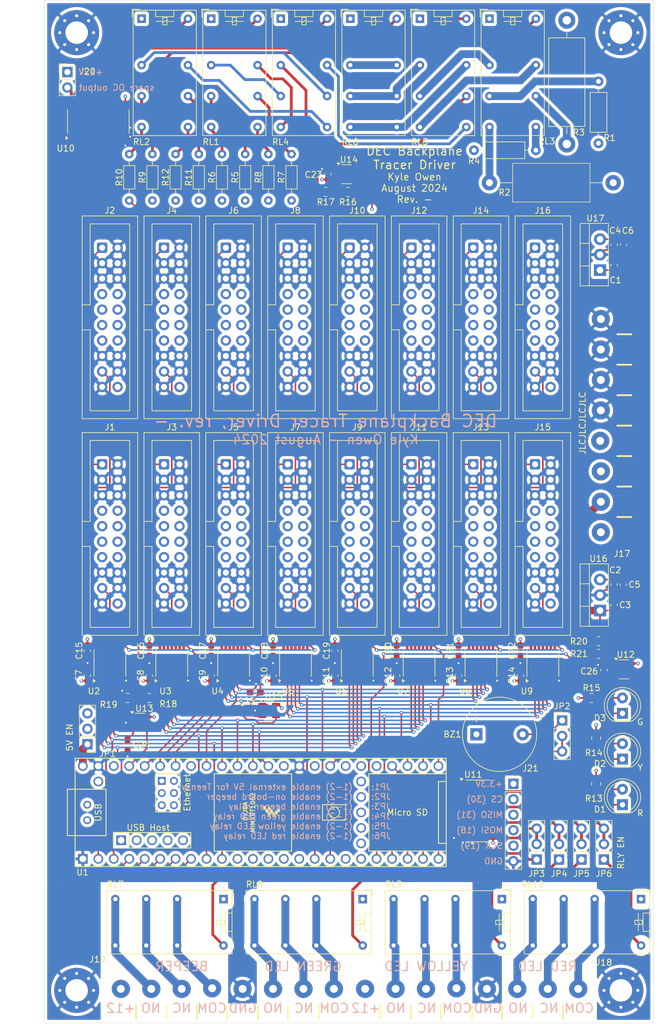
<source format=kicad_pcb>
(kicad_pcb (version 20240108) (generator "pcbnew") (generator_version "8.0")
  (layers (0 "F.Cu" signal) (1 "In1.Cu" signal) (2 "In2.Cu" signal) (31 "B.Cu" signal) (34 "B.Paste" user) (35 "F.Paste" user) (36 "B.SilkS" user "B.Silkscreen") (37 "F.SilkS" user "F.Silkscreen") (38 "B.Mask" user) (39 "F.Mask" user) (44 "Edge.Cuts" user))
  (net 0 "")
  (net 1 "+12V")
  (net 2 "GND")
  (net 3 "+5V")
  (net 4 "/RX1")
  (net 5 "VDD")
  (net 6 "/RX2")
  (net 7 "/RX3")
  (net 8 "/RX4")
  (net 9 "/RX5")
  (net 10 "/RX6")
  (net 11 "/RX7")
  (net 12 "/RX8")
  (net 13 "/RX9")
  (net 14 "/RX10")
  (net 15 "/RX11")
  (net 16 "/RX12")
  (net 17 "/RX13")
  (net 18 "/RX14")
  (net 19 "/RX15")
  (net 20 "/RX16")
  (net 21 "+12P")
  (net 22 "/TX1")
  (net 23 "/TX2")
  (net 24 "/TX3")
  (net 25 "/TX4")
  (net 26 "/TX5")
  (net 27 "/TX6")
  (net 28 "/TX7")
  (net 29 "/TX8")
  (net 30 "/TX9")
  (net 31 "/TX10")
  (net 32 "/TX11")
  (net 33 "/TX12")
  (net 34 "/TX13")
  (net 35 "/TX14")
  (net 36 "/TX15")
  (net 37 "/TX16")
  (net 38 "Net-(R1-Pad2)")
  (net 39 "Net-(R2-Pad2)")
  (net 40 "Net-(R3-Pad2)")
  (net 41 "Net-(R4-Pad2)")
  (net 42 "Net-(R5-Pad2)")
  (net 43 "Net-(R6-Pad2)")
  (net 44 "Net-(R7-Pad2)")
  (net 45 "Net-(R8-Pad2)")
  (net 46 "Net-(R9-Pad2)")
  (net 47 "Net-(R10-Pad2)")
  (net 48 "/RL1")
  (net 49 "/RL2")
  (net 50 "/RL3")
  (net 51 "/RL4")
  (net 52 "/RL5")
  (net 53 "/RL6")
  (net 54 "/TEENSY_TX4")
  (net 59 "/TEENSY_TX1")
  (net 60 "/TEENSY_TX3")
  (net 63 "/TEENSY_RX6")
  (net 65 "/TEENSY_TX5")
  (net 68 "/TEENSY_TX2")
  (net 69 "/LED_YELLOW")
  (net 70 "/TEENSY_RX1")
  (net 71 "/TEENSY_TX6")
  (net 75 "/LED_RED")
  (net 76 "+3.3V")
  (net 80 "/TEENSY_RX5")
  (net 82 "/LED_GREEN")
  (net 83 "/TEENSY_RX4")
  (net 86 "/TEENSY_RX7")
  (net 87 "/BEEPER")
  (net 89 "/TEENSY_TX8")
  (net 92 "/TEENSY_RX2")
  (net 93 "/TEENSY_RX8")
  (net 94 "/TEENSY_TX7")
  (net 98 "/TEENSY_RX3")
  (net 100 "/SER_SEL0")
  (net 104 "/RELAY_SEL2")
  (net 105 "/RELAY_SEL1")
  (net 106 "/RELAY_SEL0")
  (net 107 "/RELAY_SEL3")
  (net 129 "/SER_SEL1")
  (net 130 "Net-(D1-A)")
  (net 131 "Net-(D1-K)")
  (net 132 "Net-(D2-K)")
  (net 133 "Net-(D2-A)")
  (net 134 "Net-(D3-A)")
  (net 135 "Net-(D3-K)")
  (net 136 "/LED_RED_COM")
  (net 137 "/BEEPER_NC")
  (net 138 "/LED_RED_NO")
  (net 139 "/BEEPER_COM")
  (net 140 "/LED_RED_NC")
  (net 141 "/BEEPER_NO")
  (net 142 "/LED_YELLOW_NC")
  (net 143 "/LED_GREEN_COM")
  (net 144 "/LED_GREEN_NC")
  (net 145 "/LED_YELLOW_COM")
  (net 146 "/LED_YELLOW_NO")
  (net 147 "/LED_GREEN_NO")
  (net 148 "Net-(U15-+)")
  (net 149 "Net-(U14--)")
  (net 150 "/LED_GREEN_RLY")
  (net 151 "/LED_RED_RLY")
  (net 152 "/BEEPER_RLY")
  (net 153 "/LED_YELLOW_RLY")
  (net 154 "/VSENSE_L")
  (net 155 "/VSENSE_H")
  (net 157 "/+5V_VDD")
  (net 158 "/VSENSE_+12V")
  (net 160 "Net-(BZ1--)")
  (net 161 "Net-(U13-+)")
  (net 162 "Net-(U12-+)")
  (net 163 "Net-(R11-Pad2)")
  (net 164 "Net-(R12-Pad2)")
  (net 173 "Net-(RL1-Pad4)")
  (net 174 "Net-(RL1-Pad13)")
  (net 175 "Net-(RL2-Pad4)")
  (net 176 "Net-(RL2-Pad13)")
  (net 177 "Net-(RL3-Pad4)")
  (net 178 "Net-(RL3-Pad13)")
  (net 179 "Net-(RL4-Pad13)")
  (net 180 "Net-(RL4-Pad4)")
  (net 181 "Net-(RL5-Pad13)")
  (net 182 "Net-(RL5-Pad4)")
  (net 183 "Net-(JP1-A)")
  (net 184 "Net-(JP3-A)")
  (net 185 "Net-(JP4-A)")
  (net 186 "Net-(JP5-A)")
  (net 187 "Net-(JP6-A)")
  (net 188 "/MISO")
  (net 189 "/MOSI")
  (net 190 "/CS")
  (net 191 "/SPARE_OC")
  (net 192 "/SCK")
  (net 193 "Net-(J20-Pin_2)")
  (footprint "Package_SO:SOIC-16_3.9x9.9mm_P1.27mm" (layer "F.Cu") (at 117.983 152.146)
    (property "Reference" "U11")
    (property "Value" "ULN2003")
  )
  (footprint "Capacitor_SMD:C_0603_1608Metric_Pad1.08x0.95mm_HandSolder" (layer "F.Cu") (at 138.684 129.032 90)
    (property "Reference" "C26")
    (property "Value" "100nF")
  )
  (footprint "Connector_IDC:IDC-Header_2x10_P2.54mm_Vertical_alt_silk" (layer "F.Cu") (at 86.741 95.25)
    (property "Reference" "J7")
    (property "Value" "2x10 right angle IDC connector, 2.54mm pitch")
  )
  (footprint "Package_TO_SOT_SMD:SOT-23-5" (layer "F.Cu") (at 83.693 135.6614)
    (property "Reference" "U15")
    (property "Value" "TLV2371DBV")
  )
  (footprint "Connector_IDC:IDC-Header_2x10_P2.54mm_Vertical_alt_silk" (layer "F.Cu") (at 107.061 95.25)
    (property "Reference" "J11")
    (property "Value" "2x10 right angle IDC connector, 2.54mm pitch")
  )
  (footprint "Relay_THT:Relay_DPDT_Omron_G5V-2" (layer "F.Cu") (at 119.888 22.098)
    (property "Reference" "RL3")
    (property "Value" "G5V-2")
  )
  (footprint "Connector_IDC:IDC-Header_2x10_P2.54mm_Vertical_alt_silk" (layer "F.Cu") (at 76.581 95.25)
    (property "Reference" "J5")
    (property "Value" "2x10 right angle IDC connector, 2.54mm pitch")
  )
  (footprint "Package_TO_SOT_THT:TO-220-3_Vertical" (layer "F.Cu") (at 138.049 119.253 90)
    (property "Reference" "U16")
    (property "Value" "L7805")
  )
  (footprint "Resistor_THT:R_Axial_DIN0614_L14.3mm_D5.7mm_P20.32mm_Horizontal" (layer "F.Cu") (at 132.588 22.352 -90)
    (property "Reference" "R3")
    (property "Value" "33R")
  )
  (footprint "Capacitor_SMD:C_0603_1608Metric_Pad1.08x0.95mm_HandSolder" (layer "F.Cu") (at 140.3552 114.9858 -90)
    (property "Reference" "C2")
    (property "Value" "1uF")
  )
  (footprint "Capacitor_SMD:C_0603_1608Metric_Pad1.08x0.95mm_HandSolder" (layer "F.Cu") (at 64.008 129.921 90)
    (property "Reference" "C8")
    (property "Value" "100nF")
  )
  (footprint "Resistor_SMD:R_0805_2012Metric" (layer "F.Cu") (at 64.008 133.604 180)
    (property "Reference" "R18")
    (property "Value" "2.43k")
  )
  (footprint "Resistor_THT:R_Axial_DIN0204_L3.6mm_D1.6mm_P7.62mm_Horizontal" (layer "F.Cu") (at 75.946 51.943 90)
    (property "Reference" "R6")
    (property "Value" "1k")
  )
  (footprint "Resistor_SMD:R_0805_2012Metric" (layer "F.Cu") (at 60.452 133.604 180)
    (property "Reference" "R19")
    (property "Value" "4.32k")
  )
  (footprint "Relay_THT:Relay_DPDT_Omron_G5V-2" (layer "F.Cu") (at 99.06 166.624 -90)
    (property "Reference" "RL8")
    (property "Value" "G5V-2")
  )
  (footprint "Connector_IDC:IDC-Header_2x10_P2.54mm_Vertical_alt_silk" (layer "F.Cu") (at 76.581 59.69)
    (property "Reference" "J6")
    (property "Value" "2x10 right angle IDC connector, 2.54mm pitch")
  )
  (footprint "Resistor_SMD:R_0805_2012Metric" (layer "F.Cu") (at 137.414 147.701 -90)
    (property "Reference" "R13")
    (property "Value" "1k")
  )
  (footprint "Connector_IDC:IDC-Header_2x10_P2.54mm_Vertical_alt_silk" (layer "F.Cu") (at 96.901 59.69)
    (property "Reference" "J10")
    (property "Value" "2x10 right angle IDC connector, 2.54mm pitch")
  )
  (footprint "Capacitor_SMD:C_0603_1608Metric_Pad1.08x0.95mm_HandSolder" (layer "F.Cu") (at 94.488 125.857 -90)
    (property "Reference" "C19")
    (property "Value" "100nF")
  )
  (footprint "Capacitor_SMD:C_0603_1608Metric_Pad1.08x0.95mm_HandSolder" (layer "F.Cu") (at 93.345 47.625 90)
    (property "Reference" "C23")
    (property "Value" "100nF")
  )
  (footprint "teensy:Teensy41" (layer "F.Cu") (at 82.296 152.4)
    (property "Reference" "U1")
    (property "Value" "Teensy4.1")
  )
  (footprint "Capacitor_SMD:C_0603_1608Metric_Pad1.08x0.95mm_HandSolder" (layer "F.Cu") (at 124.968 125.857 -90)
    (property "Reference" "C22")
    (property "Value" "100nF")
  )
  (footprint "Connector_IDC:IDC-Header_2x10_P2.54mm_Vertical_alt_silk" (layer "F.Cu") (at 96.901 95.25)
    (property "Reference" "J9")
    (property "Value" "2x10 right angle IDC connector, 2.54mm pitch")
  )
  (footprint "Resistor_THT:R_Axial_DIN0204_L3.6mm_D1.6mm_P7.62mm_Horizontal" (layer "F.Cu") (at 72.136 51.943 90)
    (property "Reference" "R11")
    (property "Value" "330k")
  )
  (footprint "Resistor_THT:R_Axial_DIN0204_L3.6mm_D1.6mm_P7.62mm_Horizontal" (layer "F.Cu") (at 79.756 51.943 90)
    (property "Reference" "R5")
    (property "Value" "330R")
  )
  (footprint "Capacitor_SMD:C_0603_1608Metric_Pad1.08x0.95mm_HandSolder" (layer "F.Cu") (at 60.4266 141.3245 -90)
    (property "Reference" "C24")
    (property "Value" "100nF")
  )
  (footprint "Capacitor_SMD:C_0603_1608Metric_Pad1.08x0.95mm_HandSolder" (layer "F.Cu") (at 84.328 129.921 90)
    (property "Reference" "C10")
    (property "Value" "100nF")
  )
  (footprint "Package_SO:TSSOP-14_4.4x5mm_P0.65mm" (layer "F.Cu") (at 128.651 127.889 90)
    (property "Reference" "U9")
    (property "Value" "TXU0204PW")
  )
  (footprint "Connector_PinHeader_2.54mm:PinHeader_1x02_P2.54mm_Vertical" (layer "F.Cu") (at 50.546 30.856)
    (property "Reference" "J20")
    (property "Value" "Conn_01x02")
  )
  (footprint "Connector_Phoenix_PT:PhoenixContact_PT_1,5_8-5,0-H_1935226" (layer "F.Cu") (at 99.4625 181.3645)
    (property "Reference" "J18")
    (property "Value" "Screw_Terminal_01x08")
  )
  (footprint "Package_TO_SOT_SMD:SOT-23-5" (layer "F.Cu") (at 62.484 137.668)
    (property "Reference" "U13")
    (property "Value" "TLV2371DBV")
  )
  (footprint "Package_TO_SOT_THT:TO-220-3_Vertical" (layer "F.Cu") (at 138.049 63.373 90)
    (property "Reference" "U17")
    (property "Value" "L7805")
  )
  (footprint "Relay_THT:Relay_DPDT_Omron_G5V-2" (layer "F.Cu") (at 144.78 166.624 -90)
    (property "Reference" "RL10")
    (property "Value" "G5V-2")
  )
  (footprint "Resistor_THT:R_Axial_Rideon_UB-5C_L0.5in_D0.25in_P0.8in_Horizontal" (layer "F.Cu") (at 140.208 49.022 180)
    (property "Reference" "R2")
    (property "Value" "10R")
  )
  (footprint "Connector_IDC:IDC-Header_2x10_P2.54mm_Vertical_alt_silk" (layer "F.Cu") (at 56.261 95.25)
    (property "Reference" "J1")
    (property "Value" "2x10 right angle IDC connector, 2.54mm pitch")
  )
  (footprint "Resistor_SMD:R_0805_2012Metric" (layer "F.Cu") (at 136.652 133.604)
    (property "Reference" "R15")
    (property "Value" "1k")
  )
  (footprint "Connector_IDC:IDC-Header_2x10_P2.54mm_Vertical_alt_silk" (layer "F.Cu") (at 117.221 95.25)
    (property "Reference" "J13")
    (property "Value" "2x10 right angle IDC connector, 2.54mm pitch")
  )
  (footprint "Resistor_THT:R_Axial_DIN0207_L6.3mm_D2.5mm_P10.16mm_Horizontal" (layer "F.Cu") (at 137.795 42.545 90)
    (property "Reference" "R1")
    (property "Value" "3.3MEG")
  )
  (footprint "Resistor_THT:R_Axial_DIN0204_L3.6mm_D1.6mm_P7.62mm_Horizontal" (layer "F.Cu") (at 68.326 51.943 90)
    (property "Reference" "R12")
    (property "Value" "1MEG")
  )
  (footprint "Resistor_SMD:R_0805_2012Metric" (layer "F.Cu") (at 137.414 140.208 -90)
    (property "Reference" "R14")
    (property "Value" "1k")
  )
  (footprint "Package_SO:TSSOP-14_4.4x5mm_P0.65mm" (layer "F.Cu") (at 88.011 127.889 90)
    (property "Reference" "U5")
    (property "Value" "TXU0204PW")
  )
  (footprint "Package_SO:TSSOP-14_4.4x5mm_P0.65mm" (layer "F.Cu") (at 77.851 127.889 90)
    (property "Reference" "U4")
    (property "Value" "TXU0204PW")
  )
  (footprint "Relay_THT:Relay_DPDT_Omron_G5V-2" (layer "F.Cu") (at 121.92 166.624 -90)
    (property "Reference" "RL9")
    (property "Value" "G5V-2")
  )
  (footprint "Relay_THT:Relay_DPDT_Omron_G5V-2" (layer "F.Cu") (at 85.598 22.098)
    (property "Reference" "RL4")
    (property "Value" "G5V-2")
  )
  (footprint "Connector_PinHeader_2.54mm:PinHeader_1x03_P2.54mm_Vertical" (layer "F.Cu") (at 131.826 137.302)
    (property "Reference" "JP2")
    (property "Value" "Jumper_3_Open")
  )
  (footprint "Capacitor_SMD:C_0603_1608Metric_Pad1.08x0.95mm_HandSolder" (layer "F.Cu") (at 140.3552 118.3386 90)
    (property "Reference" "C3")
    (property "Value" "1uF")
  )
  (footprint "Relay_THT:Relay_DPDT_Omron_G5V-2" (layer "F.Cu") (at 76.2 166.624 -90)
    (property "Reference" "RL7")
    (property "Value" "G5V-2")
  )
  (footprint "Connector_IDC:IDC-Header_2x10_P2.54mm_Vertical_alt_silk" (layer "F.Cu") (at 56.261 59.69)
    (property "Reference" "J2")
    (property "Value" "2x10 right angle IDC connector, 2.54mm pitch")
  )
  (footprint "Relay_THT:Relay_DPDT_Omron_G5V-2" (layer "F.Cu") (at 74.168 22.098)
    (property "Reference" "RL1")
    (property "Value" "G5V-2")
  )
  (footprint "Connector_PinHeader_2.54mm:PinHeader_1x03_P2.54mm_Vertical" (layer "F.Cu") (at 138.684 160.132 180)
    (property "Reference" "JP6")
    (property "Value" "Jumper_3_Open")
  )
  (footprint "MountingHole:MountingHole_3.7mm_Pad_Via" (layer "F.Cu") (at 52.07 181.61)
    (property "Reference" "H4" (hide yes))
    (property "Value" "MountingHole_Pad")
  )
  (footprint "Capacitor_SMD:C_0603_1608Metric_Pad1.08x0.95mm_HandSolder" (layer "F.Cu") (at 53.848 125.857 -90)
    (property "Reference" "C15")
    (property "Value" "100nF")
  )
  (footprint "Buzzer_Beeper:Buzzer_12x9.5RM7.6" (layer "F.Cu") (at 117.739 139.573)
    (property "Reference" "BZ1")
    (property "Value" "Buzzer")
  )
  (footprint "LED_THT:LED_D5.0mm" (layer "F.Cu") (at 141.732 136.137 90)
    (property "Reference" "D3")
    (property "Value" "LED")
  )
  (footprint "Package_SO:TSSOP-14_4.4x5mm_P0.65mm" (layer "F.Cu") (at 108.331 127.889 90)
    (property "Reference" "U7")
    (property "Value" "TXU0204PW")
  )
  (footprint "LED_THT:LED_D5.0mm" (layer "F.Cu") (at 141.732 143.637 90)
    (property "Reference" "D2")
    (property "Value" "LED")
  )
  (footprint "Capacitor_SMD:C_0603_1608Metric_Pad1.08x0.95mm_HandSolder" (layer "F.Cu") (at 84.328 125.857 -90)
    (property "Reference" "C18")
    (property "Value" "100nF")
  )
  (footprint "Resistor_SMD:R_0805_2012Metric" (layer "F.Cu") (at 137.795 126.365)
    (property "Reference" "R21")
    (property "Value" "2.55k")
  )
  (footprint "Capacitor_SMD:C_0603_1608Metric_Pad1.08x0.95mm_HandSolder" (layer "F.Cu") (at 53.848 129.921 90)
    (property "Reference" "C7")
    (property "Value" "100nF")
  )
  (footprint "Capacitor_SMD:C_0603_1608Metric_Pad1.08x0.95mm_HandSolder" (layer "F.Cu") (at 64.008 125.857 -90)
    (property "Reference" "C16")
    (property "Value" "100nF")
  )
  (footprint "Connector_PinHeader_2.54mm:PinHeader_1x03_P2.54mm_Vertical" (layer "F.Cu") (at 135.001 160.132 180)
    (property "Reference" "JP5")
    (property "Value" "Jumper_3_Open")
  )
  (footprint "Capacitor_SMD:C_0603_1608Metric_Pad1.08x0.95mm_HandSolder" (layer "F.Cu") (at 74.168 129.921 90)
    (property "Reference" "C9")
    (property "Value" "100nF")
  )
  (footprint "Package_TO_SOT_SMD:SOT-23-5" (layer "F.Cu") (at 141.986 128.905)
    (property "Reference" "U12")
    (property "Value" "TLV2371DBV")
  )
  (footprint "Capacitor_SMD:C_0603_1608Metric_Pad1.08x0.95mm_HandSolder" (layer "F.Cu") (at 141.9046 59.2074 -90)
    (property "Reference" "C6")
    (property "Value" "100nF")
  )
  (footprint "Capacitor_SMD:C_0603_1608Metric_Pad1.08x0.95mm_HandSolder" (layer "F.Cu") (at 140.3806 59.2074 -90)
    (property "Reference" "C4")
    (property "Value" "1uF")
  )
  (footprint "Connector_PinHeader_2.54mm:PinHeader_1x03_P2.54mm_Vertical" (layer "F.Cu") (at 127.635 160.132 180)
    (property "Reference" "JP3")
    (property "Value" "Jumper_3_Open")
  )
  (footprint "Package_SO:TSSOP-14_4.4x5mm_P0.65mm" (layer "F.Cu") (at 98.171 127.889 90)
    (property "Reference" "U6")
    (property "Value" "TXU0204PW")
  )
  (footprint "Package_SO:TSSOP-14_4.4x5mm_P0.65mm" (layer "F.Cu") (at 118.491 127.889 90)
    (property "Reference" "U8")
    (property "Value" "TXU0204PW")
  )
  (footprint "Capacitor_SMD:C_0603_1608Metric_Pad1.08x0.95mm_HandSolder" (layer "F.Cu") (at 74.168 125.857 -90)
    (property "Reference" "C17")
    (property "Value" "100nF")
  )
  (footprint "Resistor_THT:R_Axial_DIN0207_L6.3mm_D2.5mm_P10.16mm_Horizontal" (layer "F.Cu") (at 117.348 43.688)
    (property "Reference" "R4")
    (property "Value" "100R")
  )
  (footprint "MountingHole:MountingHole_3.7mm_Pad_Via" (layer "F.Cu") (at 52.07 24.384)
    (property "Reference" "H1" (hide yes))
    (property "Value" "MountingHole_Pad")
  )
  (footprint "Resistor_SMD:R_0805_2012Metric" (layer "F.Cu") (at 92.985 50.5382 180)
    (property "Reference" "R17")
    (property "Value" "4.32k")
  )
  (footprint "Capacitor_SMD:C_0603_1608Metric_Pad1.08x0.95mm_HandSolder" (layer "F.Cu") (at 81.407 132.715 180)
    (property "Reference" "C25")
    (property "Value" "100nF")
  )
  (footprint "Resistor_SMD:R_0805_2012Metric" (layer "F.Cu") (at 96.647 50.546 180)
    (property "Reference" "R16")
    (property "Value" "2.43k")
  )
  (footprint "Capacitor_SMD:C_0603_1608Metric_Pad1.08x0.95mm_HandSolder" (layer "F.Cu") (at 104.648 129.921 90)
    (property "Reference" "C12")
    (property "Value" "100nF")
  )
  (footprint "Relay_THT:Relay_DPDT_Omron_G5V-2" (layer "F.Cu") (at 108.458 22.098)
    (property "Reference" "RL5")
    (property "Value" "G5V-2")
  )
  (footprint "Connector_Phoenix_PT:PhoenixContact_PT_1,5_8-5,0-H_1935226" (layer "F.Cu") (at 138.184 106.4 90)
    (property "Reference" "J17")
    (property "Value" "Screw_Terminal_01x08")
  )
  (footprint "MountingHole:MountingHole_3.7mm_Pad_Via" (layer "F.Cu") (at 141.478 181.61)
    (property "Reference" "H3" (hide yes))
    (property "Value" "MountingHole_Pad")
  )
  (footprint "Resistor_THT:R_Axial_DIN0204_L3.6mm_D1.6mm_P7.62mm_Horizontal" (layer "F.Cu") (at 83.566 51.943 90)
    (property "Reference" "R8")
    (property "Value" "10k")
  )
  (footprint "Connector_PinHeader_2.54mm:PinHeader_1x06_P2.54mm_Vertical" (layer "F.Cu") (at 123.825 147.701)
    (property "Reference" "J21")
    (property "Value" "Conn_01x06")
  )
  (footprint "Package_TO_SOT_SMD:SOT-23-5" (layer "F.Cu") (at 96.393 47.625)
    (property "Reference" "U14")
    (property "Value" "TLV2371DBV")
  )
  (footprint "Relay_THT:Relay_DPDT_Omron_G5V-2" (layer "F.Cu") (at 62.738 22.098)
    (property "Reference" "RL2")
    (property "Value" "G5V-2")
  )
  (footprint "Connector_IDC:IDC-Header_2x10_P2.54mm_Vertical_alt_silk" (layer "F.Cu") (at 86.741 59.69)
    (property "Reference" "J8")
    (property "Value" "2x10 right angle IDC connector, 2.54mm pitch")
  )
  (footprint "Capacitor_SMD:C_0603_1608Metric_Pad1.08x0.95mm_HandSolder" (layer "F.Cu") (at 94.488 129.921 90)
    (property "Reference" "C11")
    (property "Value" "100nF")
  )
  (footprint "Capacitor_SMD:C_0603_1608Metric_Pad1.08x0.95mm_HandSolder" (layer "F.Cu") (at 140.3806 62.5602 90)
    (property "Reference" "C1")
    (property "Value" "1uF")
  )
  (footprint "Connector_IDC:IDC-Header_2x10_P2.54mm_Vertical_alt_silk" (layer "F.Cu") (at 107.061 59.69)
    (property "Reference" "J12")
    (property "Value" "2x10 right angle IDC connector, 2.54mm pitch")
  )
  (footprint "Capacitor_SMD:C_0603_1608Metric_Pad1.08x0.95mm_HandSolder" (layer "F.Cu") (at 114.808 125.857 -90)
    (property "Reference" "C21")
    (property "Value" "100nF")
  )
  (footprint "LED_THT:LED_D5.0mm" (layer "F.Cu") (at 141.732 151.137 90)
    (property "Reference" "D1")
    (property "Value" "LED")
  )
  (footprint "Connector_IDC:IDC-Header_2x10_P2.54mm_Vertical_alt_silk" (layer "F.Cu") (at 127.381 95.25)
    (property "Reference" "J15")
    (property "Value" "2x10 right angle IDC connector, 2.54mm pitch")
  )
  (footprint "Resistor_THT:R_Axial_DIN0204_L3.6mm_D1.6mm_P7.62mm_Horizontal" (layer "F.Cu") (at 60.706 51.943 90)
    (property "Reference" "R10")
    (property "Value" "100k")
  )
  (footprint "Capacitor_SMD:C_0603_1608Metric_Pad1.08x0.95mm_HandSolder" (layer "F.Cu") (at 104.648 125.857 -90)
    (property "Reference" "C20")
    (property "Value" "100nF")
  )
  (footprint "Connector_PinHeader_2.54mm:PinHeader_1x03_P2.54mm_Vertical" (layer "F.Cu") (at 53.848 141.209 180)
    (property "Reference" "JP1")
    (property "Value" "Jumper_3_Open")
  )
  (footprint "Connector_IDC:IDC-Header_2x10_P2.54mm_Vertical_alt_silk" (layer "F.Cu") (at 117.221 59.69)
    (property "Reference" "J14")
    (property "Value" "2x10 right angle IDC connector, 2.54mm pitch")
  )
  (footprint "Connector_IDC:IDC-Header_2x10_P2.54mm_Vertical_alt_silk" (layer "F.Cu") (at 66.421 59.69)
    (property "Reference" "J4")
    (property "Value" "2x10 right angle IDC connector, 2.54mm pitch")
  )
  (footprint "Package_SO:SOIC-16_3.9x9.9mm_P1.27mm" (layer "F.Cu") (at 55.626 38.989 90)
    (property "Reference" "U10")
    (property "Value" "ULN2003")
  )
  (footprint "Package_SO:TSSOP-14_4.4x5mm_P0.65mm" (layer "F.Cu") (at 57.531 127.889 90)
    (property "Reference" "U2")
    (property "Value" "TXU0204PW")
  )
  (footprint "Package_SO:TSSOP-14_4.4x5mm_P0.65mm" (layer "F.Cu") (at 67.691 127.889 90)
    (property "Reference" "U3")
    (property "Value" "TXU0204PW")
  )
  (footprint "Capacitor_SMD:C_0603_1608Metric_Pad1.08x0.95mm_HandSolder" (layer "F.Cu") (at 114.808 129.921 90)
    (property "Reference" "C13")
    (property "Value" "100nF")
  )
  (footprint "Connector_PinHeader_2.54mm:PinHeader_1x03_P2.54mm_Vertical" (layer "F.Cu") (at 131.318 160.132 180)
    (property "Reference" "JP4")
    (property "Value" "Jumper_3_Open")
  )
  (footprint "Resistor_THT:R_Axial_DIN0204_L3.6mm_D1.6mm_P7.62mm_Horizontal" (layer "F.Cu") (at 64.516 51.943 90)
    (property "Reference" "R9")
    (property "Value" "33k")
  )
  (footprint "Connector_IDC:IDC-Header_2x10_P2.54mm_Vertical_alt_silk" (layer "F.Cu") (at 66.421 95.25)
    (property "Reference" "J3")
    (property "Value" "2x10 right angle IDC connector, 2.54mm pitch")
  )
  (footprint "Connector_IDC:IDC-Header_2x10_P2.54mm_Vertical_alt_silk" (layer "F.Cu") (at 127.381 59.69)
    (property "Reference" "J16")
    (property "Value" "2x10 right angle IDC connector, 2.54mm pitch")
  )
  (footprint "MountingHole:MountingHole_3.7mm_Pad_Via" (layer "F.Cu") (at 141.478 24.384)
    (property "Reference" "H2" (hide yes))
    (property "Value" "MountingHole_Pad")
  )
  (footprint "Resistor_THT:R_Axial_DIN0204_L3.6mm_D1.6mm_P7.62mm_Horizontal" (layer "F.Cu") (at 87.376 51.943 90)
    (property "Reference" "R7")
    (property "Value" "3.3k")
  )
  (footprint "Connector_Phoenix_PT:PhoenixContact_PT_1,5_8-5,0-H_1935226" (layer "F.Cu") (at 59.3305 181.3645)
    (property "Reference" "J19")
    (property "Value" "Screw_Terminal_01x08")
  )
  (footprint "Resistor_SMD:R_0805_2012Metric" (layer "F.Cu") (at 137.795 124.304 180)
    (property "Reference" "R20")
    (property "Value" "10.2k")
  )
  (footprint "Relay_THT:Relay_DPDT_Omron_G5V-2" (layer "F.Cu") (at 97.028 22.098)
    (property "Reference" "RL6")
    (property "Value" "G5V-2")
  )
  (footprint "Capacitor_SMD:C_0603_1608Metric_Pad1.08x0.95mm_HandSolder" (layer "F.Cu") (at 124.968 129.921 90)
    (property "Reference" "C14")
    (property "Value" "100nF")
  )
  (footprint "Capacitor_SMD:C_0603_1608Metric_Pad1.08x0.95mm_HandSolder" (layer "F.Cu") (at 141.8792 114.9858 -90)
    (property "Reference" "C5")
    (property "Value" "100nF")
  )
  (gr_rect (start 46.736 19.05) (end 146.812 186.944) (stroke (width 0.05)) (fill none) (layer "Edge.Cuts"))
  (gr_text "SCK (19)" (at 122.174 157.861 0) (layer "B.SilkS") (effects (font (size 1 1) (thickness 0.1524)) (justify left mirror)))
  (gr_text "NO" (at 84.328 184.531 0) (layer "B.SilkS") (effects (font (size 1.524 1.524) (thickness 0.2032)) (justify mirror)))
  (gr_text "GND" (at 119.634 184.531 0) (layer "B.SilkS") (effects (font (size 1.524 1.524) (thickness 0.2032)) (justify mirror)))
  (gr_text "NC" (at 109.601 184.531 0) (layer "B.SilkS") (effects (font (size 1.524 1.524) (thickness 0.2032)) (justify mirror)))
  (gr_text "RED LED" (at 129.413 177.673 0) (layer "B.SilkS") (effects (font (size 1.524 1.524) (thickness 0.2032)) (justify mirror)))
  (gr_text "+12V" (at 52.324 30.861 0) (layer "B.SilkS") (effects (font (size 1 1) (thickness 0.1524)) (justify right mirror)))
  (gr_text "NC" (at 89.408 184.531 0) (layer "B.SilkS") (effects (font (size 1.524 1.524) (thickness 0.2032)) (justify mirror)))
  (gr_text "NC" (at 129.667 184.531 0) (layer "B.SilkS") (effects (font (size 1.524 1.524) (thickness 0.2032)) (justify mirror)))
  (gr_text "JP1:    (1-2) enable external 5V for Teensy\nJP2:    (1-2) enable on-board beeper\nJP3:    (1-2) enable beeper relay\nJP4:    (1-2) enable green LED relay\nJP5:    (1-2) enable yellow LED relay\nJP6:    (1-2) enable red LED relay\n" (at 103.759 156.845 0) (layer "B.SilkS") (effects (font (size 1 1) (thickness 0.1524)) (justify left bottom mirror)))
  (gr_text "GND" (at 122.174 160.401 0) (layer "B.SilkS") (effects (font (size 1 1) (thickness 0.1524)) (justify left mirror)))
  (gr_text "NO" (at 124.587 184.531 0) (layer "B.SilkS") (effects (font (size 1.524 1.524) (thickness 0.2032)) (justify mirror)))
  (gr_text "NO" (at 104.521 184.531 0) (layer "B.SilkS") (effects (font (size 1.524 1.524) (thickness 0.2032)) (justify mirror)))
  (gr_text "GREEN LED" (at 89.281 177.673 0) (layer "B.SilkS") (effects (font (size 1.524 1.524) (thickness 0.2032)) (justify mirror)))
  (gr_text "BEEPER" (at 69.342 177.673 0) (layer "B.SilkS") (effects (font (size 1.524 1.524) (thickness 0.2032)) (justify mirror)))
  (gr_text "CS (30)" (at 122.174 150.241 0) (layer "B.SilkS") (effects (font (size 1 1) (thickness 0.1524)) (justify left mirror)))
  (gr_text "DEC Backplane Tracer Driver, rev. -" (at 92.964 88.138 0) (layer "B.SilkS") (effects (font (size 2.032 2.032) (thickness 0.254)) (justify mirror)))
  (gr_text "MISO (31)" (at 122.174 152.781 0) (layer "B.SilkS") (effects (font (size 1 1) (thickness 0.1524)) (justify left mirror)))
  (gr_text "+3.3V" (at 122.174 147.701 0) (layer "B.SilkS") (effects (font (size 1 1) (thickness 0.1524)) (justify left mirror)))
  (gr_text "GND" (at 79.375 184.531 0) (layer "B.SilkS") (effects (font (size 1.524 1.524) (thickness 0.2032)) (justify mirror)))
  (gr_text "MOSI (18)" (at 122.174 155.321 0) (layer "B.SilkS") (effects (font (size 1 1) (thickness 0.1524)) (justify left mirror)))
  (gr_text "NO" (at 64.262 184.531 0) (layer "B.SilkS") (effects (font (size 1.524 1.524) (thickness 0.2032)) (justify mirror)))
  (gr_text "NC" (at 69.342 184.531 0) (layer "B.SilkS") (effects (font (size 1.524 1.524) (thickness 0.2032)) (justify mirror)))
  (gr_text "spare OC output" (at 52.324 33.401 0) (layer "B.SilkS") (effects (font (size 1 1) (thickness 0.1524)) (justify right mirror)))
  (gr_text "YELLOW LED" (at 109.474 177.673 0) (layer "B.SilkS") (effects (font (size 1.524 1.524) (thickness 0.2032)) (justify mirror)))
  (gr_text "COM" (at 94.361 184.531 0) (layer "B.SilkS") (effects (font (size 1.524 1.524) (thickness 0.2032)) (justify mirror)))
  (gr_text "COM" (at 74.295 184.531 0) (layer "B.SilkS") (effects (font (size 1.524 1.524) (thickness 0.2032)) (justify mirror)))
  (gr_text "COM" (at 114.554 184.531 0) (layer "B.SilkS") (effects (font (size 1.524 1.524) (thickness 0.2032)) (justify mirror)))
  (gr_text "Kyle Owen - August 2024" (at 92.964 91.186 0) (layer "B.SilkS") (effects (font (size 1.524 1.524) (thickness 0.2032)) (justify mirror)))
  (gr_text "COM" (at 134.62 184.531 0) (layer "B.SilkS") (effects (font (size 1.524 1.524) (thickness 0.2032)) (justify mirror)))
  (gr_text "+12" (at 99.568 184.531 0) (layer "B.SilkS") (effects (font (size 1.524 1.524) (thickness 0.2032)) (justify mirror)))
  (gr_text "+12" (at 59.309 184.531 0) (layer "B.SilkS") (effects (font (size 1.524 1.524) (thickness 0.2032)) (justify mirror)))
  (gr_text "RLY EN" (at 141.478 159.004 90) (layer "F.SilkS") (effects (font (size 1 1) (thickness 0.1524))))
  (gr_text "JLCJLCJLCJLC" (at 135.763 93.726 90) (layer "F.SilkS") (effects (font (size 1 1) (thickness 0.1524)) (justify left bottom)))
  (gr_text "G" (at 144.653 137.541 0) (layer "F.SilkS") (effects (font (size 1 1) (thickness 0.1524))))
  (gr_text "R" (at 144.653 152.527 0) (layer "F.SilkS") (effects (font (size 1 1) (thickness 0.1524))))
  (gr_text "Y" (at 144.653 145.034 0) (layer "F.SilkS") (effects (font (size 1 1) (thickness 0.1524))))
  (gr_text "Kyle Owen\nAugust 2024\nRev. -" (at 107.569 49.911 0) (layer "F.SilkS") (effects (font (size 1.143 1.143) (thickness 0.15875))))
  (gr_text "DEC Backplane\nTracer Driver" (at 107.569 44.958 0) (layer "F.SilkS") (effects (font (size 1.397 1.397) (thickness 0.1905))))
  (gr_text "5V EN" (at 50.927 140.081 90) (layer "F.SilkS") (effects (font (size 1 1) (thickness 0.1524))))
  (segment (start 134.747 117.729) (end 134.747 104.837) (width 1.27) (layer "F.Cu") (net 1))
  (segment (start 138.049 119.253) (end 136.271 119.253) (width 1.27) (layer "F.Cu") (net 1))
  (segment (start 138.7075 124.304) (end 138.7075 122.3245) (width 0.254) (layer "F.Cu") (net 1))
  (segment (start 134.747 104.837) (end 138.184 101.4) (width 1.27) (layer "F.Cu") (net 1))
  (segment (start 140.3033 119.253) (end 140.3552 119.2011) (width 0.254) (layer "F.Cu") (net 1))
  (segment (start 100.584 53.34) (end 100.584 48.514) (width 0.254) (layer "F.Cu") (net 1))
  (segment (start 140.3309 63.373) (end 140.3806 63.4227) (width 0.254) (layer "F.Cu") (net 1))
  (segment (start 138.049 119.253) (end 140.3033 119.253) (width 0.254) (layer "F.Cu") (net 1))
  (segment (start 138.049 121.666) (end 138.049 119.253) (width 0.254) (layer "F.Cu") (net 1))
  (segment (start 138.049 63.373) (end 140.3309 63.373) (width 0.254) (layer "F.Cu") (net 1))
  (segment (start 100.584 48.514) (end 98.745 46.675) (width 0.254) (layer "F.Cu") (net 1))
  (segment (start 98.745 46.675) (end 97.5305 46.675) (width 0.254) (layer "F.Cu") (net 1))
  (segment (start 138.7075 122.3245) (end 138.049 121.666) (width 0.254) (layer "F.Cu") (net 1))
  (segment (start 136.271 119.253) (end 134.747 117.729) (width 1.27) (layer "F.Cu") (net 1))
  (via (at 100.584 53.34) (size 0.6) (drill 0.3) (layers "F.Cu" "B.Cu") (net 1))
  (segment (start 89.961 130.7515) (end 90.6703 130.7515) (width 0.254) (layer "F.Cu") (net 2))
  (segment (start 64.008 129.0585) (end 64.008 127.889) (width 0.254) (layer "F.Cu") (net 2))
  (segment (start 60.4266 142.187) (end 60.4266 143.2041) (width 0.254) (layer "F.Cu") (net 2))
  (segment (start 138.049 116.713) (end 138.9137 115.8483) (width 0.254) (layer "F.Cu") (net 2))
  (segment (start 124.968 129.0585) (end 124.968 127.889) (width 0.254) (layer "F.Cu") (net 2))
  (segment (start 138.049 60.833) (end 138.8121 60.0699) (width 0.254) (layer "F.Cu") (net 2))
  (segment (start 53.848 129.0585) (end 53.848 127.889) (width 0.254) (layer "F.Cu") (net 2))
  (segment (start 137.7199 128.1695) (end 137.7188 128.1684) (width 0.254) (layer "F.Cu") (net 2))
  (segment (start 114.808 129.0585) (end 114.808 127.889) (width 0.254) (layer "F.Cu") (net 2))
  (segment (start 120.441 130.7515) (end 121.1503 130.7515) (width 0.254) (layer "F.Cu") (net 2))
  (segment (start 115.508 156.591) (end 115.508 157.3642) (width 0.254) (layer "F.Cu") (net 2))
  (segment (start 70.3503 130.7515) (end 70.358 130.7592) (width 0.254) (layer "F.Cu") (net 2))
  (segment (start 90.6703 130.7515) (end 90.678 130.7592) (width 0.254) (layer "F.Cu") (net 2))
  (segment (start 104.648 126.7195) (end 104.648 127.889) (width 0.254) (layer "F.Cu") (net 2))
  (segment (start 130.601 130.7515) (end 131.3103 130.7515) (width 0.254) (layer "F.Cu") (net 2))
  (segment (start 74.168 126.7195) (end 74.168 127.889) (width 0.254) (layer "F.Cu") (net 2))
  (segment (start 61.3465 137.668) (end 60.1472 137.668) (width 0.254) (layer "F.Cu") (net 2))
  (segment (start 140.3806 60.0699) (end 141.9046 60.0699) (width 0.254) (layer "F.Cu") (net 2))
  (segment (start 121.1503 130.7515) (end 121.158 130.7592) (width 0.254) (layer "F.Cu") (net 2))
  (segment (start 115.508 156.591) (end 114.046 156.591) (width 0.254) (layer "F.Cu") (net 2))
  (segment (start 84.328 126.7195) (end 84.328 127.889) (width 0.254) (layer "F.Cu") (net 2))
  (segment (start 94.488 126.7195) (end 94.488 127.889) (width 0.254) (layer "F.Cu") (net 2))
  (segment (start 114.808 126.7195) (end 114.808 127.889) (width 0.254) (layer "F.Cu") (net 2))
  (segment (start 124.968 126.7195) (end 124.968 127.889) (width 0.254) (layer "F.Cu") (net 2))
  (segment (start 60.071 40.7924) (end 60.8838 39.9796) (width 0.254) (layer "F.Cu") (net 2))
  (segment (start 140.3806 61.6977) (end 140.3806 60.0699) (width 0.254) (layer "F.Cu") (net 2))
  (segment (start 138.684 128.1695) (end 137.7199 128.1695) (width 0.254) (layer "F.Cu") (net 2))
  (segment (start 92.3809 46.7625) (end 92.3798 46.7614) (width 0.254) (layer "F.Cu") (net 2))
  (segment (start 100.8303 130.7515) (end 100.838 130.7592) (width 0.254) (layer "F.Cu") (net 2))
  (segment (start 59.481 130.7515) (end 60.1903 130.7515) (width 0.254) (layer "F.Cu") (net 2))
  (segment (start 140.8485 128.905) (end 139.36925 128.905) (width 0.254) (layer "F.Cu") (net 2))
  (segment (start 79.801 130.7515) (end 80.5103 130.7515) (width 0.254) (layer "F.Cu") (net 2))
  (segment (start 93.345 46.7625) (end 92.3809 46.7625) (width 0.254) (layer "F.Cu") (net 2))
  (segment (start 91.694 50.1597) (end 91.694 47.4472) (width 0.254) (layer "F.Cu") (net 2))
  (segment (start 80.5445 132.715) (end 80.6196 132.715) (width 0.254) (layer "F.Cu") (net 2))
  (segment (start 60.1903 130.7515) (end 60.198 130.7592) (width 0.254) (layer "F.Cu") (net 2))
  (segment (start 60.8472 41.464) (end 60.8584 41.4528) (width 0.254) (layer "F.Cu") (net 2))
  (segment (start 53.848 126.7195) (end 53.848 127.889) (width 0.254) (layer "F.Cu") (net 2))
  (segment (start 92.0725 50.5382) (end 91.694 50.1597) (width 0.254) (layer "F.Cu") (net 2))
  (segment (start 84.328 129.0585) (end 84.328 127.889) (width 0.254) (layer "F.Cu") (net 2))
  (segment (start 138.684 128.1695) (end 138.684 126.3885) (width 0.254) (layer "F.Cu") (net 2))
  (segment (start 80.6196 132.715) (end 81.534 131.8006) (width 0.254) (layer "F.Cu") (net 2))
  (segment (start 82.5555 135.6614) (end 81.3816 135.6614) (width 0.254) (layer "F.Cu") (net 2))
  (segment (start 60.071 41.464) (end 60.8472 41.464) (width 0.254) (layer "F.Cu") (net 2))
  (segment (start 100.121 130.7515) (end 100.8303 130.7515) (width 0.254) (layer "F.Cu") (net 2))
  (segment (start 138.9137 115.8483) (end 140.3552 115.8483) (width 0.254) (layer "F.Cu") (net 2))
  (segment (start 139.36925 128.905) (end 138.684 128.21975) (width 0.254) (layer "F.Cu") (net 2))
  (segment (start 95.2555 47.625) (end 94.2075 47.625) (width 0.254) (layer "F.Cu") (net 2))
  (segment (start 140.3552 115.8483) (end 141.8792 115.8483) (width 0.254) (layer "F.Cu") (net 2))
  (segment (start 115.508 157.3642) (end 115.4938 157.3784) (width 0.254) (layer "F.Cu") (net 2))
  (segment (start 110.9903 130.7515) (end 110.998 130.7592) (width 0.254) (layer "F.Cu") (net 2))
  (segment (start 64.008 126.7195) (end 64.008 127.889) (width 0.254) (layer "F.Cu") (net 2))
  (segment (start 94.2075 47.625) (end 93.345 46.7625) (width 0.254) (layer "F.Cu") (net 2))
  (segment (start 138.684 126.3885) (end 138.7075 126.365) (width 0.254) (layer "F.Cu") (net 2))
  (segment (start 59.5395 133.604) (end 59.5395 132.4121) (width 0.254) (layer "F.Cu") (net 2))
  (segment (start 74.168 129.0585) (end 74.168 127.889) (width 0.254) (layer "F.Cu") (net 2))
  (segment (start 80.5103 130.7515) (end 80.518 130.7592) (width 0.254) (layer "F.Cu") (net 2))
  (segment (start 140.3552 117.4761) (end 140.3552 115.8483) (width 0.254) (layer "F.Cu") (net 2))
  (segment (start 116.1542 156.591) (end 115.508 156.591) (width 0.254) (layer "F.Cu") (net 2))
  (segment (start 131.3103 130.7515) (end 131.318 130.7592) (width 0.254) (layer "F.Cu") (net 2))
  (segment (start 69.641 130.7515) (end 70.3503 130.7515) (width 0.254) (layer "F.Cu") (net 2))
  (segment (start 117.0178 157.4546) (end 116.1542 156.591) (width 0.254) (layer "F.Cu") (net 2))
  (segment (start 138.684 128.21975) (end 138.684 128.1695) (width 0.254) (layer "F.Cu") (net 2))
  (segment (start 94.488 129.0585) (end 94.488 127.889) (width 0.254) (layer "F.Cu") (net 2))
  (segment (start 59.5395 132.4121) (end 59.5376 132.4102) (width 0.254) (layer "F.Cu") (net 2))
  (segment (start 60.071 41.464) (end 60.071 40.7924) (width 0.254) (layer "F.Cu") (net 2))
  (segment (start 138.8121 60.0699) (end 140.3806 60.0699) (width 0.254) (layer "F.Cu") (net 2))
  (segment (start 81.534 131.8006) (end 81.534 131.2672) (width 0.254) (layer "F.Cu") (net 2))
  (segment (start 60.071 41.464) (end 60.071 42.926) (width 0.254) (layer "F.Cu") (net 2))
  (segment (start 91.694 47.4472) (end 92.3798 46.7614) (width 0.254) (layer "F.Cu") (net 2))
  (segment (start 104.648 129.0585) (end 104.648 127.889) (width 0.254) (layer "F.Cu") (net 2))
  (segment (start 110.281 130.7515) (end 110.9903 130.7515) (width 0.254) (layer "F.Cu") (net 2))
  (via (at 70.358 130.7592) (size 0.6) (drill 0.3) (layers "F.Cu" "B.Cu") (net 2))
  (via (at 92.3798 46.7614) (size 0.6) (drill 0.3) (layers "F.Cu" "B.Cu") (net 2))
  (via (at 115.4938 157.3784) (size 0.6) (drill 0.3) (layers "F.Cu" "B.Cu") (net 2))
  (via (at 84.328 127.889) (size 0.6) (drill 0.3) (layers "F.Cu" "B.Cu") (net 2))
  (via (at 59.5376 132.4102) (size 0.6) (drill 0.3) (layers "F.Cu" "B.Cu") (net 2))
  (via (at 110.998 130.7592) (size 0.6) (drill 0.3) (layers "F.Cu" "B.Cu") (net 2))
  (via (at 60.4266 143.2041) (size 0.6) (drill 0.3) (layers "F.Cu" "B.Cu") (net 2))
  (via (at 60.8838 39.9796) (size 0.6) (drill 0.3) (layers "F.Cu" "B.Cu") (net 2))
  (via (at 124.968 127.889) (size 0.6) (drill 0.3) (layers "F.Cu" "B.Cu") (net 2))
  (via (at 60.8584 41.4528) (size 0.6) (drill 0.3) (layers "F.Cu" "B.Cu") (net 2))
  (via (at 90.678 130.7592) (size 0.6) (drill 0.3) (layers "F.Cu" "B.Cu") (net 2))
  (via (at 137.7188 128.1684) (size 0.6) (drill 0.3) (layers "F.Cu" "B.Cu") (net 2))
  (via (at 114.808 127.889) (size 0.6) (drill 0.3) (layers "F.Cu" "B.Cu") (net 2))
  (via (at 131.318 130.7592) (size 0.6) (drill 0.3) (layers "F.Cu" "B.Cu") (net 2))
  (via (at 53.848 127.889) (size 0.6) (drill 0.3) (layers "F.Cu" "B.Cu") (net 2))
  (via (at 81.3816 135.6614) (size 0.6) (drill 0.3) (layers "F.Cu" "B.Cu") (net 2))
  (via (at 64.008 127.889) (size 0.6) (drill 0.3) (layers "F.Cu" "B.Cu") (net 2))
  (via (at 74.168 127.889) (size 0.6) (drill 0.3) (layers "F.Cu" "B.Cu") (net 2))
  (via (at 60.071 42.926) (size 0.6) (drill 0.3) (layers "F.Cu" "B.Cu") (net 2))
  (via (at 100.838 130.7592) (size 0.6) (drill 0.3) (layers "F.Cu" "B.Cu") (net 2))
  (via (at 114.046 156.591) (size 0.6) (drill 0.3) (layers "F.Cu" "B.Cu") (net 2))
  (via (at 94.488 127.889) (size 0.6) (drill 0.3) (layers "F.Cu" "B.Cu") (net 2))
  (via (at 121.158 130.7592) (size 0.6) (drill 0.3) (layers "F.Cu" "B.Cu") (net 2))
  (via (at 117.0178 157.4546) (size 0.6) (drill 0.3) (layers "F.Cu" "B.Cu") (net 2))
  (via (at 81.534 131.2672) (size 0.6) (drill 0.3) (layers "F.Cu" "B.Cu") (net 2))
  (via (at 60.1472 137.668) (size 0.6) (drill 0.3) (layers "F.Cu" "B.Cu") (net 2))
  (via (at 104.648 127.889) (size 0.6) (drill 0.3) (layers "F.Cu" "B.Cu") (net 2))
  (via (at 80.518 130.7592) (size 0.6) (drill 0.3) (layers "F.Cu" "B.Cu") (net 2))
  (via (at 60.198 130.7592) (size 0.6) (drill 0.3) (layers "F.Cu" "B.Cu") (net 2))
  (segment (start 65.741 125.0265) (end 64.04 125.0265) (width 0.254) (layer "F.Cu") (net 3))
  (segment (start 55.581 125.0265) (end 53.88 125.0265) (width 0.254) (layer "F.Cu") (net 3))
  (segment (start 96.221 125.0265) (end 94.52 125.0265) (width 0.254) (layer "F.Cu") (net 3))
  (segment (start 74.168 124.9945) (end 74.168 123.952) (width 0.254) (layer "F.Cu") (net 3))
  (segment (start 125 125.0265) (end 124.968 124.9945) (width 0.254) (layer "F.Cu") (net 3))
  (segment (start 84.328 124.9945) (end 84.328 123.952) (width 0.254) (layer "F.Cu") (net 3))
  (segment (start 114.84 125.0265) (end 114.808 124.9945) (width 0.254) (layer "F.Cu") (net 3))
  (segment (start 94.52 125.0265) (end 94.488 124.9945) (width 0.254) (layer "F.Cu") (net 3))
  (segment (start 124.968 124.9945) (end 124.968 123.952) (width 0.254) (layer "F.Cu") (net 3))
  (segment (start 75.901 125.0265) (end 74.2 125.0265) (width 0.254) (layer "F.Cu") (net 3))
  (segment (start 106.381 125.0265) (end 104.68 125.0265) (width 0.254) (layer "F.Cu") (net 3))
  (segment (start 140.3055 114.173) (end 140.3552 114.1233) (width 0.254) (layer "F.Cu") (net 3))
  (segment (start 114.808 124.9945) (end 114.808 123.952) (width 0.254) (layer "F.Cu") (net 3))
  (segment (start 53.848 124.9945) (end 53.848 123.952) (width 0.254) (layer "F.Cu") (net 3))
  (segment (start 104.68 125.0265) (end 104.648 124.9945) (width 0.254) (layer "F.Cu") (net 3))
  (segment (start 64.04 125.0265) (end 64.008 124.9945) (width 0.254) (layer "F.Cu") (net 3))
  (segment (start 126.701 125.0265) (end 125 125.0265) (width 0.254) (layer "F.Cu") (net 3))
  (segment (start 74.2 125.0265) (end 74.168 124.9945) (width 0.254) (layer "F.Cu") (net 3))
  (segment (start 104.648 124.9945) (end 104.648 123.952) (width 0.254) (layer "F.Cu") (net 3))
  (segment (start 94.488 124.9945) (end 94.488 123.952) (width 0.254) (layer "F.Cu") (net 3))
  (segment (start 116.541 125.0265) (end 114.84 125.0265) (width 0.254) (layer "F.Cu") (net 3))
  (segment (start 140.3552 114.1233) (end 141.8792 114.1233) (width 0.254) (layer "F.Cu") (net 3))
  (segment (start 64.008 124.9945) (end 64.008 123.952) (width 0.254) (layer "F.Cu") (net 3))
  (segment (start 138.049 114.173) (end 140.3055 114.173) (width 0.254) (layer "F.Cu") (net 3))
  (segment (start 84.36 125.0265) (end 84.328 124.9945) (width 0.254) (layer "F.Cu") (net 3))
  (segment (start 53.88 125.0265) (end 53.848 124.9945) (width 0.254) (layer "F.Cu") (net 3))
  (segment (start 86.061 125.0265) (end 84.36 125.0265) (width 0.254) (layer "F.Cu") (net 3))
  (via (at 124.968 123.952) (size 0.6) (drill 0.3) (layers "F.Cu" "B.Cu") (net 3))
  (via (at 74.168 123.952) (size 0.6) (drill 0.3) (layers "F.Cu" "B.Cu") (net 3))
  (via (at 94.488 123.952) (size 0.6) (drill 0.3) (layers "F.Cu" "B.Cu") (net 3))
  (via (at 104.648 123.952) (size 0.6) (drill 0.3) (layers "F.Cu" "B.Cu") (net 3))
  (via (at 64.008 123.952) (size 0.6) (drill 0.3) (layers "F.Cu" "B.Cu") (net 3))
  (via (at 84.328 123.952) (size 0.6) (drill 0.3) (layers "F.Cu" "B.Cu") (net 3))
  (via (at 114.808 123.952) (size 0.6) (drill 0.3) (layers "F.Cu" "B.Cu") (net 3))
  (via (at 53.848 123.952) (size 0.6) (drill 0.3) (layers "F.Cu" "B.Cu") (net 3))
  (segment (start 56.261 115.57) (end 57.531 116.84) (width 0.254) (layer "F.Cu") (net 4))
  (segment (start 57.531 116.84) (end 57.531 125.0265) (width 0.254) (layer "F.Cu") (net 4))
  (segment (start 93.4325 48.575) (end 93.345 48.4875) (width 0.254) (layer "F.Cu") (net 5))
  (segment (start 95.2555 48.575) (end 93.4325 48.575) (width 0.254) (layer "F.Cu") (net 5))
  (segment (start 92.3809 48.4875) (end 92.3798 48.4886) (width 0.254) (layer "F.Cu") (net 5))
  (segment (start 97.028 29.718) (end 104.648 29.718) (width 1.27) (layer "F.Cu") (net 5))
  (segment (start 93.345 48.4875) (end 92.3809 48.4875) (width 0.254) (layer "F.Cu") (net 5))
  (via (at 92.3798 48.4886) (size 0.6) (drill 0.3) (layers "F.Cu" "B.Cu") (net 5))
  (segment (start 97.028 29.718) (end 104.648 29.718) (width 1.27) (layer "B.Cu") (net 5))
  (segment (start 57.531 83.82) (end 60.706 86.995) (width 0.254) (layer "F.Cu") (net 6))
  (segment (start 57.531 81.28) (end 57.531 83.82) (width 0.254) (layer "F.Cu") (net 6))
  (segment (start 60.706 119.761) (end 58.181 122.286) (width 0.254) (layer "F.Cu") (net 6))
  (segment (start 56.261 80.01) (end 57.531 81.28) (width 0.254) (layer "F.Cu") (net 6))
  (segment (start 58.181 122.286) (end 58.181 125.0265) (width 0.254) (layer "F.Cu") (net 6))
  (segment (start 60.706 86.995) (end 60.706 119.761) (width 0.254) (layer "F.Cu") (net 6))
  (segment (start 66.421 115.57) (end 67.691 116.84) (width 0.254) (layer "F.Cu") (net 7))
  (segment (start 67.691 116.84) (end 67.691 125.0265) (width 0.254) (layer "F.Cu") (net 7))
  (segment (start 71.628 87.757) (end 71.628 118.999) (width 0.254) (layer "F.Cu") (net 8))
  (segment (start 67.691 81.28) (end 67.691 83.82) (width 0.254) (layer "F.Cu") (net 8))
  (segment (start 66.421 80.01) (end 67.691 81.28) (width 0.254) (layer "F.Cu") (net 8))
  (segment (start 67.691 83.82) (end 71.628 87.757) (width 0.254) (layer "F.Cu") (net 8))
  (segment (start 71.628 118.999) (end 68.341 122.286) (width 0.254) (layer "F.Cu") (net 8))
  (segment (start 68.341 122.286) (end 68.341 125.0265) (width 0.254) (layer "F.Cu") (net 8))
  (segment (start 77.851 116.84) (end 77.851 125.0265) (width 0.254) (layer "F.Cu") (net 9))
  (segment (start 76.581 115.57) (end 77.851 116.84) (width 0.254) (layer "F.Cu") (net 9))
  (segment (start 76.581 80.01) (end 77.851 81.28) (width 0.254) (layer "F.Cu") (net 10))
  (segment (start 80.645 86.614) (end 80.645 120.142) (width 0.254) (layer "F.Cu") (net 10))
  (segment (start 77.851 81.28) (end 77.851 83.82) (width 0.254) (layer "F.Cu") (net 10))
  (segment (start 80.645 120.142) (end 78.501 122.286) (width 0.254) (layer "F.Cu") (net 10))
  (segment (start 78.501 122.286) (end 78.501 125.0265) (width 0.254) (layer "F.Cu") (net 10))
  (segment (start 77.851 83.82) (end 80.645 86.614) (width 0.254) (layer "F.Cu") (net 10))
  (segment (start 88.011 116.84) (end 88.011 125.0265) (width 0.254) (layer "F.Cu") (net 11))
  (segment (start 86.741 115.57) (end 88.011 116.84) (width 0.254) (layer "F.Cu") (net 11))
  (segment (start 88.661 122.286) (end 88.661 125.0265) (width 0.254) (layer "F.Cu") (net 12))
  (segment (start 91.948 118.999) (end 88.661 122.286) (width 0.254) (layer "F.Cu") (net 12))
  (segment (start 88.011 81.28) (end 88.011 83.82) (width 0.254) (layer "F.Cu") (net 12))
  (segment (start 88.011 83.82) (end 91.948 87.757) (width 0.254) (layer "F.Cu") (net 12))
  (segment (start 86.741 80.01) (end 88.011 81.28) (width 0.254) (layer "F.Cu") (net 12))
  (segment (start 91.948 87.757) (end 91.948 118.999) (width 0.254) (layer "F.Cu") (net 12))
  (segment (start 98.171 116.84) (end 98.171 125.0265) (width 0.254) (layer "F.Cu") (net 13))
  (segment (start 96.901 115.57) (end 98.171 116.84) (width 0.254) (layer "F.Cu") (net 13))
  (segment (start 96.901 80.01) (end 98.171 81.28) (width 0.254) (layer "F.Cu") (net 14))
  (segment (start 98.171 83.82) (end 102.108 87.757) (width 0.254) (layer "F.Cu") (net 14))
  (segment (start 98.821 122.286) (end 98.821 125.0265) (width 0.254) (layer "F.Cu") (net 14))
  (segment (start 98.171 81.28) (end 98.171 83.82) (width 0.254) (layer "F.Cu") (net 14))
  (segment (start 102.108 118.999) (end 98.821 122.286) (width 0.254) (layer "F.Cu") (net 14))
  (segment (start 102.108 87.757) (end 102.108 118.999) (width 0.254) (layer "F.Cu") (net 14))
  (segment (start 107.061 115.57) (end 108.331 116.84) (width 0.254) (layer "F.Cu") (net 15))
  (segment (start 108.331 116.84) (end 108.331 125.0265) (width 0.254) (layer "F.Cu") (net 15))
  (segment (start 107.061 80.01) (end 108.331 81.28) (width 0.254) (layer "F.Cu") (net 16))
  (segment (start 112.268 118.999) (end 108.981 122.286) (width 0.254) (layer "F.Cu") (net 16))
  (segment (start 108.331 81.28) (end 108.331 83.82) (width 0.254) (layer "F.Cu") (net 16))
  (segment (start 108.981 122.286) (end 108.981 125.0265) (width 0.254) (layer "F.Cu") (net 16))
  (segment (start 112.268 87.757) (end 112.268 118.999) (width 0.254) (layer "F.Cu") (net 16))
  (segment (start 108.331 83.82) (end 112.268 87.757) (width 0.254) (layer "F.Cu") (net 16))
  (segment (start 117.221 115.57) (end 118.491 116.84) (width 0.254) (layer "F.Cu") (net 17))
  (segment (start 118.491 116.84) (end 118.491 125.0265) (width 0.254) (layer "F.Cu") (net 17))
  (segment (start 122.428 118.999) (end 119.141 122.286) (width 0.254) (layer "F.Cu") (net 18))
  (segment (start 118.491 83.82) (end 122.428 87.757) (width 0.254) (layer "F.Cu") (net 18))
  (segment (start 119.141 122.286) (end 119.141 125.0265) (width 0.254) (layer "F.Cu") (net 18))
  (segment (start 117.221 80.01) (end 118.491 81.28) (width 0.254) (layer "F.Cu") (net 18))
  (segment (start 122.428 87.757) (end 122.428 118.999) (width 0.254) (layer "F.Cu") (net 18))
  (segment (start 118.491 81.28) (end 118.491 83.82) (width 0.254) (layer "F.Cu") (net 18))
  (segment (start 127.381 115.57) (end 128.651 116.84) (width 0.254) (layer "F.Cu") (net 19))
  (segment (start 128.651 116.84) (end 128.651 125.0265) (width 0.254) (layer "F.Cu") (net 19))
  (segment (start 129.301 122.286) (end 129.301 125.0265) (width 0.254) (layer "F.Cu") (net 20))
  (segment (start 132.588 118.999) (end 129.301 122.286) (width 0.254) (layer "F.Cu") (net 20))
  (segment (start 127.381 80.01) (end 128.651 81.28) (width 0.254) (layer "F.Cu") (net 20))
  (segment (start 128.651 81.28) (end 128.651 83.82) (width 0.254) (layer "F.Cu") (net 20))
  (segment (start 128.651 83.82) (end 132.588 87.757) (width 0.254) (layer "F.Cu") (net 20))
  (segment (start 132.588 87.757) (end 132.588 118.999) (width 0.254) (layer "F.Cu") (net 20))
  (segment (start 137.414 139.2955) (end 137.414 138.049) (width 0.254) (layer "F.Cu") (net 21))
  (segment (start 60.071 34.86) (end 60.071 36.514) (width 0.254) (layer "F.Cu") (net 21))
  (segment (start 137.414 146.7885) (end 137.414 145.542) (width 0.254) (layer "F.Cu") (net 21))
  (segment (start 135.7395 133.604) (end 134.493 133.604) (width 0.254) (layer "F.Cu") (net 21))
  (segment (start 120.458 156.591) (end 120.458 157.3642) (width 0.254) (layer "F.Cu") (net 21))
  (segment (start 120.458 157.3642) (end 120.4722 157.3784) (width 0.254) (layer "F.Cu") (net 21))
  (via (at 137.414 145.542) (size 0.6) (drill 0.3) (layers "F.Cu" "B.Cu") (net 21))
  (via (at 60.071 34.86) (size 0.6) (drill 0.3) (layers "F.Cu" "B.Cu") (net 21))
  (via (at 120.4722 157.3784) (size 0.6) (drill 0.3) (layers "F.Cu" "B.Cu") (net 21))
  (via (at 134.493 133.604) (size 0.6) (drill 0.3) (layers "F.Cu" "B.Cu") (net 21))
  (via (at 137.414 138.049) (size 0.6) (drill 0.3) (layers "F.Cu" "B.Cu") (net 21))
  (segment (start 56.231 123.3124) (end 56.231 125.0265) (width 0.254) (layer "F.Cu") (net 22))
  (segment (start 53.594 96.52) (end 53.594 120.6754) (width 0.254) (layer "F.Cu") (net 22))
  (segment (start 54.864 95.25) (end 53.594 96.52) (width 0.254) (layer "F.Cu") (net 22))
  (segment (start 53.594 120.6754) (end 56.231 123.3124) (width 0.254) (layer "F.Cu") (net 22))
  (segment (start 56.261 95.25) (end 54.864 95.25) (width 0.254) (layer "F.Cu") (net 22))
  (segment (start 56.881 121.397) (end 54.61 119.126) (width 0.254) (layer "F.Cu") (net 23))
  (segment (start 57.531 90.043) (end 53.721 86.233) (width 0.254) (layer "F.Cu") (net 23))
  (segment (start 57.023 99.06) (end 57.531 98.552) (width 0.254) (layer "F.Cu") (net 23))
  (segment (start 53.721 86.233) (end 53.721 62.23) (width 0.254) (layer "F.Cu") (net 23))
  (segment (start 54.61 119.126) (end 54.61 99.568) (width 0.254) (layer "F.Cu") (net 23))
  (segment (start 53.721 62.23) (end 56.261 59.69) (width 0.254) (layer "F.Cu") (net 23))
  (segment (start 57.531 98.552) (end 57.531 90.043) (width 0.254) (layer "F.Cu") (net 23))
  (segment (start 54.61 99.568) (end 55.118 99.06) (width 0.254) (layer "F.Cu") (net 23))
  (segment (start 55.118 99.06) (end 57.023 99.06) (width 0.254) (layer "F.Cu") (net 23))
  (segment (start 56.881 125.0265) (end 56.881 121.397) (width 0.254) (layer "F.Cu") (net 23))
  (segment (start 63.754 96.52) (end 63.754 120.6754) (width 0.254) (layer "F.Cu") (net 24))
  (segment (start 66.421 95.25) (end 65.024 95.25) (width 0.254) (layer "F.Cu") (net 24))
  (segment (start 65.024 95.25) (end 63.754 96.52) (width 0.254) (layer "F.Cu") (net 24))
  (segment (start 63.754 120.6754) (end 66.391 123.3124) (width 0.254) (layer "F.Cu") (net 24))
  (segment (start 66.391 123.3124) (end 66.391 125.0265) (width 0.254) (layer "F.Cu") (net 24))
  (segment (start 67.183 99.06) (end 67.691 98.552) (width 0.254) (layer "F.Cu") (net 25))
  (segment (start 65.278 99.06) (end 67.183 99.06) (width 0.254) (layer "F.Cu") (net 25))
  (segment (start 67.041 121.397) (end 64.77 119.126) (width 0.254) (layer "F.Cu") (net 25))
  (segment (start 67.691 90.043) (end 63.881 86.233) (width 0.254) (layer "F.Cu") (net 25))
  (segment (start 67.691 98.552) (end 67.691 90.043) (width 0.254) (layer "F.Cu") (net 25))
  (segment (start 63.881 62.23) (end 66.421 59.69) (width 0.254) (layer "F.Cu") (net 25))
  (segment (start 67.041 125.0265) (end 67.041 121.397) (width 0.254) (layer "F.Cu") (net 25))
  (segment (start 63.881 86.233) (end 63.881 62.23) (width 0.254) (layer "F.Cu") (net 25))
  (segment (start 64.77 119.126) (end 64.77 99.568) (width 0.254) (layer "F.Cu") (net 25))
  (segment (start 64.77 99.568) (end 65.278 99.06) (width 0.254) (layer "F.Cu") (net 25))
  (segment (start 73.914 120.6754) (end 76.551 123.3124) (width 0.254) (layer "F.Cu") (net 26))
  (segment (start 73.914 96.52) (end 73.914 120.6754) (width 0.254) (layer "F.Cu") (net 26))
  (segment (start 76.551 123.3124) (end 76.551 125.0265) (width 0.254) (layer "F.Cu") (net 26))
  (segment (start 76.581 95.25) (end 75.184 95.25) (width 0.254) (layer "F.Cu") (net 26))
  (segment (start 75.184 95.25) (end 73.914 96.52) (width 0.254) (layer "F.Cu") (net 26))
  (segment (start 77.201 125.0265) (end 77.201 121.397) (width 0.254) (layer "F.Cu") (net 27))
  (segment (start 74.041 62.23) (end 76.581 59.69) (width 0.254) (layer "F.Cu") (net 27))
  (segment (start 74.93 119.126) (end 74.93 99.568) (width 0.254) (layer "F.Cu") (net 27))
  (segment (start 77.851 98.552) (end 77.851 90.043) (width 0.254) (layer "F.Cu") (net 27))
  (segment (start 77.851 90.043) (end 74.041 86.233) (width 0.254) (layer "F.Cu") (net 27))
  (segment (start 74.041 86.233) (end 74.041 62.23) (width 0.254) (layer "F.Cu") (net 27))
  (segment (start 77.343 99.06) (end 77.851 98.552) (width 0.254) (layer "F.Cu") (net 27))
  (segment (start 77.201 121.397) (end 74.93 119.126) (width 0.254) (layer "F.Cu") (net 27))
  (segment (start 74.93 99.568) (end 75.438 99.06) (width 0.254) (layer "F.Cu") (net 27))
  (segment (start 75.438 99.06) (end 77.343 99.06) (width 0.254) (layer "F.Cu") (net 27))
  (segment (start 86.711 123.3124) (end 86.711 125.0265) (width 0.254) (layer "F.Cu") (net 28))
  (segment (start 86.741 95.25) (end 85.344 95.25) (width 0.254) (layer "F.Cu") (net 28))
  (segment (start 85.344 95.25) (end 84.074 96.52) (width 0.254) (layer "F.Cu") (net 28))
  (segment (start 84.074 120.6754) (end 86.711 123.3124) (width 0.254) (layer "F.Cu") (net 28))
  (segment (start 84.074 96.52) (end 84.074 120.6754) (width 0.254) (layer "F.Cu") (net 28))
  (segment (start 84.201 86.233) (end 84.201 62.23) (width 0.254) (layer "F.Cu") (net 29))
  (segment (start 85.09 119.126) (end 85.09 99.568) (width 0.254) (layer "F.Cu") (net 29))
  (segment (start 87.361 125.0265) (end 87.361 121.397) (width 0.254) (layer "F.Cu") (net 29))
  (segment (start 87.361 121.397) (end 85.09 119.126) (width 0.254) (layer "F.Cu") (net 29))
  (segment (start 85.598 99.06) (end 87.503 99.06) (width 0.254) (layer "F.Cu") (net 29))
  (segment (start 85.09 99.568) (end 85.598 99.06) (width 0.254) (layer "F.Cu") (net 29))
  (segment (start 84.201 62.23) (end 86.741 59.69) (width 0.254) (layer "F.Cu") (net 29))
  (segment (start 88.011 90.043) (end 84.201 86.233) (width 0.254) (layer "F.Cu") (net 29))
  (segment (start 87.503 99.06) (end 88.011 98.552) (width 0.254) (layer "F.Cu") (net 29))
  (segment (start 88.011 98.552) (end 88.011 90.043) (width 0.254) (layer "F.Cu") (net 29))
  (segment (start 96.871 123.3124) (end 96.871 125.0265) (width 0.254) (layer "F.Cu") (net 30))
  (segment (start 95.504 95.25) (end 94.234 96.52) (width 0.254) (layer "F.Cu") (net 30))
  (segment (start 94.234 120.6754) (end 96.871 123.3124) (width 0.254) (layer "F.Cu") (net 30))
  (segment (start 96.901 95.25) (end 95.504 95.25) (width 0.254) (layer "F.Cu") (net 30))
  (segment (start 94.234 96.52) (end 94.234 120.6754) (width 0.254) (layer "F.Cu") (net 30))
  (segment (start 97.521 121.397) (end 95.25 119.126) (width 0.254) (layer "F.Cu") (net 31))
  (segment (start 95.25 99.568) (end 95.758 99.06) (width 0.254) (layer "F.Cu") (net 31))
  (segment (start 94.361 62.23) (end 96.901 59.69) (width 0.254) (layer "F.Cu") (net 31))
  (segment (start 97.521 125.0265) (end 97.521 121.397) (width 0.254) (layer "F.Cu") (net 31))
  (segment (start 95.25 119.126) (end 95.25 99.568) (width 0.254) (layer "F.Cu") (net 31))
  (segment (start 98.171 98.552) (end 98.171 90.043) (width 0.254) (layer "F.Cu") (net 31))
  (segment (start 94.361 86.233) (end 94.361 62.23) (width 0.254) (layer "F.Cu") (net 31))
  (segment (start 98.171 90.043) (end 94.361 86.233) (width 0.254) (layer "F.Cu") (net 31))
  (segment (start 95.758 99.06) (end 97.663 99.06) (width 0.254) (layer "F.Cu") (net 31))
  (segment (start 97.663 99.06) (end 98.171 98.552) (width 0.254) (layer "F.Cu") (net 31))
  (segment (start 105.664 95.25) (end 104.394 96.52) (width 0.254) (layer "F.Cu") (net 32))
  (segment (start 104.394 96.52) (end 104.394 120.6754) (width 0.254) (layer "F.Cu") (net 32))
  (segment (start 107.031 123.3124) (end 107.031 125.0265) (width 0.254) (layer "F.Cu") (net 32))
  (segment (start 107.061 95.25) (end 105.664 95.25) (width 0.254) (layer "F.Cu") (net 32))
  (segment (start 104.394 120.6754) (end 107.031 123.3124) (width 0.254) (layer "F.Cu") (net 32))
  (segment (start 104.521 62.23) (end 107.061 59.69) (width 0.254) (layer "F.Cu") (net 33))
  (segment (start 108.331 98.552) (end 108.331 90.043) (width 0.254) (layer "F.Cu") (net 33))
  (segment (start 107.681 121.397) (end 105.41 119.126) (width 0.254) (layer "F.Cu") (net 33))
  (segment (start 104.521 86.233) (end 104.521 62.23) (width 0.254) (layer "F.Cu") (net 33))
  (segment (start 105.41 119.126) (end 105.41 99.568) (width 0.254) (layer "F.Cu") (net 33))
  (segment (start 105.918 99.06) (end 107.823 99.06) (width 0.254) (layer "F.Cu") (net 33))
  (segment (start 108.331 90.043) (end 104.521 86.233) (width 0.254) (layer "F.Cu") (net 33))
  (segment (start 105.41 99.568) (end 105.918 99.06) (width 0.254) (layer "F.Cu") (net 33))
  (segment (start 107.823 99.06) (end 108.331 98.552) (width 0.254) (layer "F.Cu") (net 33))
  (segment (start 107.681 125.0265) (end 107.681 121.397) (width 0.254) (layer "F.Cu") (net 33))
  (segment (start 115.824 95.25) (end 114.554 96.52) (width 0.254) (layer "F.Cu") (net 34))
  (segment (start 117.221 95.25) (end 115.824 95.25) (width 0.254) (layer "F.Cu") (net 34))
  (segment (start 114.554 120.6754) (end 117.191 123.3124) (width 0.254) (layer "F.Cu") (net 34))
  (segment (start 117.191 123.3124) (end 117.191 125.0265) (width 0.254) (layer "F.Cu") (net 34))
  (segment (start 114.554 96.52) (end 114.554 120.6754) (width 0.254) (layer "F.Cu") (net 34))
  (segment (start 117.983 99.06) (end 118.491 98.552) (width 0.254) (layer "F.Cu") (net 35))
  (segment (start 115.57 99.568) (end 116.078 99.06) (width 0.254) (layer "F.Cu") (net 35))
  (segment (start 117.841 121.397) (end 115.57 119.126) (width 0.254) (layer "F.Cu") (net 35))
  (segment (start 117.841 125.0265) (end 117.841 121.397) (width 0.254) (layer "F.Cu") (net 35))
  (segment (start 115.57 119.126) (end 115.57 99.568) (width 0.254) (layer "F.Cu") (net 35))
  (segment (start 118.491 90.043) (end 114.681 86.233) (width 0.254) (layer "F.Cu") (net 35))
  (segment (start 114.681 86.233) (end 114.681 62.23) (width 0.254) (layer "F.Cu") (net 35))
  (segment (start 118.491 98.552) (end 118.491 90.043) (width 0.254) (layer "F.Cu") (net 35))
  (segment (start 116.078 99.06) (end 117.983 99.06) (width 0.254) (layer "F.Cu") (net 35))
  (segment (start 114.681 62.23) (end 117.221 59.69) (width 0.254) (layer "F.Cu") (net 35))
  (segment (start 124.714 96.52) (end 124.714 120.6754) (width 0.254) (layer "F.Cu") (net 36))
  (segment (start 125.984 95.25) (end 124.714 96.52) (width 0.254) (layer "F.Cu") (net 36))
  (segment (start 124.714 120.6754) (end 127.351 123.3124) (width 0.254) (layer "F.Cu") (net 36))
  (segment (start 127.351 123.3124) (end 127.351 125.0265) (width 0.254) (layer "F.Cu") (net 36))
  (segment (start 127.381 95.25) (end 125.984 95.25) (width 0.254) (layer "F.Cu") (net 36))
  (segment (start 128.651 90.043) (end 124.841 86.233) (width 0.254) (layer "F.Cu") (net 37))
  (segment (start 125.73 99.568) (end 126.238 99.06) (width 0.254) (layer "F.Cu") (net 37))
  (segment (start 128.001 125.0265) (end 128.001 121.397) (width 0.254) (layer "F.Cu") (net 37))
  (segment (start 124.841 62.23) (end 127.381 59.69) (width 0.254) (layer "F.Cu") (net 37))
  (segment (start 124.841 86.233) (end 124.841 62.23) (width 0.254) (layer "F.Cu") (net 37))
  (segment (start 128.143 99.06) (end 128.651 98.552) (width 0.254) (layer "F.Cu") (net 37))
  (segment (start 128.001 121.397) (end 125.73 119.126) (width 0.254) (layer "F.Cu") (net 37))
  (segment (start 125.73 119.126) (end 125.73 99.568) (width 0.254) (layer "F.Cu") (net 37))
  (segment (start 126.238 99.06) (end 128.143 99.06) (width 0.254) (layer "F.Cu") (net 37))
  (segment (start 128.651 98.552) (end 128.651 90.043) (width 0.254) (layer "F.Cu") (net 37))
  (segment (start 124.968 34.798) (end 119.888 34.798) (width 1.27) (layer "F.Cu") (net 38))
  (segment (start 137.795 32.385) (end 127.381 32.385) (width 1.27) (layer "F.Cu") (net 38))
  (segment (start 127.381 32.385) (end 124.968 34.798) (width 1.27) (layer "F.Cu") (net 38))
  (segment (start 127.381 32.385) (end 124.968 34.798) (width 1.27) (layer "B.Cu") (net 38))
  (segment (start 124.968 34.798) (end 119.888 34.798) (width 1.27) (layer "B.Cu") (net 38))
  (segment (start 137.795 32.385) (end 127.381 32.385) (width 1.27) (layer "B.Cu") (net 38))
  (segment (start 119.888 49.022) (end 119.888 39.878) (width 1.27) (layer "F.Cu") (net 39))
  (segment (start 119.888 49.022) (end 119.888 39.878) (width 1.27) (layer "B.Cu") (net 39))
  (segment (start 132.588 39.878) (end 127.508 34.798) (width 1.27) (layer "F.Cu") (net 40))
  (segment (start 132.588 42.672) (end 132.588 39.878) (width 1.27) (layer "F.Cu") (net 40))
  (segment (start 132.588 39.878) (end 127.508 34.798) (width 1.27) (layer "B.Cu") (net 40))
  (segment (start 132.588 42.672) (end 132.588 39.878) (width 1.27) (layer "B.Cu") (net 40))
  (segment (start 127.508 43.688) (end 127.508 39.878) (width 1.27) (layer "F.Cu") (net 41))
  (segment (start 127.508 43.688) (end 127.508 39.878) (width 1.27) (layer "B.Cu") (net 41))
  (segment (start 79.756 44.323) (end 79.756 42.291) (width 0.4572) (layer "F.Cu") (net 42))
  (segment (start 79.756 42.291) (end 74.168 36.703) (width 0.4572) (layer "F.Cu") (net 42))
  (segment (start 74.168 36.703) (end 74.168 34.798) (width 0.4572) (layer "F.Cu") (net 42))
  (segment (start 75.946 42.164) (end 74.168 40.386) (width 0.4572) (layer "F.Cu") (net 43))
  (segment (start 75.946 44.323) (end 75.946 42.164) (width 0.4572) (layer "F.Cu") (net 43))
  (segment (start 74.168 40.386) (end 74.168 39.878) (width 0.4572) (layer "F.Cu") (net 43))
  (segment (start 83.693 36.703) (end 81.788 34.798) (width 0.4572) (layer "F.Cu") (net 44))
  (segment (start 83.693 40.767) (end 83.693 36.703) (width 0.4572) (layer "F.Cu") (net 44))
  (segment (start 87.376 44.323) (end 87.249 44.323) (width 0.4572) (layer "F.Cu") (net 44))
  (segment (start 87.249 44.323) (end 83.693 40.767) (width 0.4572) (layer "F.Cu") (net 44))
  (segment (start 83.566 43.688) (end 81.788 41.91) (width 0.4572) (layer "F.Cu") (net 45))
  (segment (start 81.788 41.91) (end 81.788 39.878) (width 0.4572) (layer "F.Cu") (net 45))
  (segment (start 83.566 44.323) (end 83.566 43.688) (width 0.4572) (layer "F.Cu") (net 45))
  (segment (start 62.738 36.449) (end 62.738 34.798) (width 0.4572) (layer "F.Cu") (net 46))
  (segment (start 64.516 38.227) (end 62.738 36.449) (width 0.4572) (layer "F.Cu") (net 46))
  (segment (start 64.516 44.323) (end 64.516 38.227) (width 0.4572) (layer "F.Cu") (net 46))
  (segment (start 60.706 44.323) (end 62.738 42.291) (width 0.4572) (layer "F.Cu") (net 47))
  (segment (start 62.738 42.291) (end 62.738 39.878) (width 0.4572) (layer "F.Cu") (net 47))
  (segment (start 53.721 36.514) (end 53.721 32.258) (width 0.4572) (layer "F.Cu") (net 48))
  (segment (start 61.341 24.638) (end 79.248 24.638) (width 0.4572) (layer "F.Cu") (net 48))
  (segment (start 79.248 24.638) (end 81.788 22.098) (width 0.4572) (layer "F.Cu") (net 48))
  (segment (start 53.721 32.258) (end 61.341 24.638) (width 0.4572) (layer "F.Cu") (net 48))
  (segment (start 60.706 23.876) (end 68.58 23.876) (width 0.4572) (layer "F.Cu") (net 49))
  (segment (start 68.58 23.876) (end 70.358 22.098) (width 0.4572) (layer "F.Cu") (net 49))
  (segment (start 52.451 36.514) (end 52.451 32.131) (width 0.4572) (layer "F.Cu") (net 49))
  (segment (start 52.451 32.131) (end 60.706 23.876) (width 0.4572) (layer "F.Cu") (net 49))
  (segment (start 124.841 24.765) (end 127.508 22.098) (width 0.4572) (layer "F.Cu") (net 50))
  (segment (start 58.801 33.782) (end 60.833 31.75) (width 0.4572) (layer "F.Cu") (net 50))
  (segment (start 63.627 31.75) (end 67.691 27.686) (width 0.4572) (layer "F.Cu") (net 50))
  (segment (start 114.808 24.765) (end 124.841 24.765) (width 0.4572) (layer "F.Cu") (net 50))
  (segment (start 60.833 31.75) (end 63.627 31.75) (width 0.4572) (layer "F.Cu") (net 50))
  (segment (start 58.801 36.514) (end 58.801 33.782) (width 0.4572) (layer "F.Cu") (net 50))
  (segment (start 67.691 27.686) (end 111.887 27.686) (width 0.4572) (layer "F.Cu") (net 50))
  (segment (start 111.887 27.686) (end 114.808 24.765) (width 0.4572) (layer "F.Cu") (net 50))
  (segment (start 54.991 36.514) (end 54.991 32.385) (width 0.4572) (layer "F.Cu") (net 51))
  (segment (start 89.916 25.4) (end 93.218 22.098) (width 0.4572) (layer "F.Cu") (net 51))
  (segment (start 54.991 32.385) (end 61.976 25.4) (width 0.4572) (layer "F.Cu") (net 51))
  (segment (start 61.976 25.4) (end 89.916 25.4) (width 0.4572) (layer "F.Cu") (net 51))
  (segment (start 63.246 26.924) (end 108.331 26.924) (width 0.4572) (layer "F.Cu") (net 52))
  (segment (start 113.157 22.098) (end 116.078 22.098) (width 0.4572) (layer "F.Cu") (net 52))
  (segment (start 57.531 36.514) (end 57.531 32.639) (width 0.4572) (layer "F.Cu") (net 52))
  (segment (start 108.331 26.924) (end 113.157 22.098) (width 0.4572) (layer "F.Cu") (net 52))
  (segment (start 57.531 32.639) (end 63.246 26.924) (width 0.4572) (layer "F.Cu") (net 52))
  (segment (start 62.611 26.162) (end 100.584 26.162) (width 0.4572) (layer "F.Cu") (net 53))
  (segment (start 56.261 32.512) (end 62.611 26.162) (width 0.4572) (layer "F.Cu") (net 53))
  (segment (start 56.261 36.514) (end 56.261 32.512) (width 0.4572) (layer "F.Cu") (net 53))
  (segment (start 100.584 26.162) (end 104.648 22.098) (width 0.4572) (layer "F.Cu") (net 53))
  (segment (start 67.041 130.7515) (end 67.041 138.161) (width 0.254) (layer "F.Cu") (net 54))
  (segment (start 107.681 138.161) (end 108.077 138.557) (width 0.254) (layer "F.Cu") (net 54))
  (segment (start 107.681 130.7515) (end 107.681 138.161) (width 0.254) (layer "F.Cu") (net 54))
  (segment (start 75.946 144.78) (end 75.946 138.557) (width 0.254) (layer "F.Cu") (net 54))
  (segment (start 67.041 138.161) (end 67.437 138.557) (width 0.254) (layer "F.Cu") (net 54))
  (via (at 75.946 138.557) (size 0.6) (drill 0.3) (layers "F.Cu" "B.Cu") (net 54))
  (via (at 67.437 138.557) (size 0.6) (drill 0.3) (layers "F.Cu" "B.Cu") (net 54))
  (via (at 108.077 138.557) (size 0.6) (drill 0.3) (layers "F.Cu" "B.Cu") (net 54))
  (segment (start 75.946 138.557) (end 108.077 138.557) (width 0.254) (layer "B.Cu") (net 54))
  (segment (start 67.437 138.557) (end 75.946 138.557) (width 0.254) (layer "B.Cu") (net 54))
  (segment (start 56.231 130.7515) (end 56.231 141.321) (width 0.254) (layer "F.Cu") (net 59))
  (segment (start 59.436 143.383) (end 58.801 142.748) (width 0.254) (layer "F.Cu") (net 59))
  (segment (start 58.166 160.02) (end 58.166 158.877) (width 0.254) (layer "F.Cu") (net 59))
  (segment (start 57.404 155.194) (end 59.436 153.162) (width 0.254) (layer "F.Cu") (net 59))
  (segment (start 58.801 142.748) (end 58.801 141.732) (width 0.254) (layer "F.Cu") (net 59))
  (segment (start 58.166 158.877) (end 57.404 158.115) (width 0.254) (layer "F.Cu") (net 59))
  (segment (start 56.231 141.321) (end 56.642 141.732) (width 0.254) (layer "F.Cu") (net 59))
  (segment (start 59.436 153.162) (end 59.436 143.383) (width 0.254) (layer "F.Cu") (net 59))
  (segment (start 96.871 141.321) (end 97.282 141.732) (width 0.254) (layer "F.Cu") (net 59))
  (segment (start 57.404 158.115) (end 57.404 155.194) (width 0.254) (layer "F.Cu") (net 59))
  (segment (start 96.871 130.7515) (end 96.871 141.321) (width 0.254) (layer "F.Cu") (net 59))
  (via (at 56.642 141.732) (size 0.6) (drill 0.3) (layers "F.Cu" "B.Cu") (net 59))
  (via (at 58.801 141.732) (size 0.6) (drill 0.3) (layers "F.Cu" "B.Cu") (net 59))
  (via (at 97.282 141.732) (size 0.6) (drill 0.3) (layers "F.Cu" "B.Cu") (net 59))
  (segment (start 58.801 141.732) (end 56.642 141.732) (width 0.254) (layer "B.Cu") (net 59))
  (segment (start 72.136 141.732) (end 58.801 141.732) (width 0.254) (layer "B.Cu") (net 59))
  (segment (start 97.282 141.732) (end 72.136 141.732) (width 0.254) (layer "B.Cu") (net 59))
  (segment (start 66.391 138.781) (end 66.802 139.192) (width 0.254) (layer "F.Cu") (net 60))
  (segment (start 83.566 144.78) (end 82.0674 143.2814) (width 0.254) (layer "F.Cu") (net 60))
  (segment (start 107.031 138.781) (end 107.442 139.192) (width 0.254) (layer "F.Cu") (net 60))
  (segment (start 107.031 130.7515) (end 107.031 138.781) (width 0.254) (layer "F.Cu") (net 60))
  (segment (start 66.391 130.7515) (end 66.391 138.781) (width 0.254) (layer "F.Cu") (net 60))
  (segment (start 82.0674 143.2814) (end 82.0674 139.192) (width 0.254) (layer "F.Cu") (net 60))
  (via (at 66.802 139.192) (size 0.6) (drill 0.3) (layers "F.Cu" "B.Cu") (net 60))
  (via (at 82.0674 139.192) (size 0.6) (drill 0.3) (layers "F.Cu" "B.Cu") (net 60))
  (via (at 107.442 139.192) (size 0.6) (drill 0.3) (layers "F.Cu" "B.Cu") (net 60))
  (segment (start 107.442 139.192) (end 82.0674 139.192) (width 0.254) (layer "B.Cu") (net 60))
  (segment (start 82.0674 139.192) (end 66.802 139.192) (width 0.254) (layer "B.Cu") (net 60))
  (segment (start 93.726 147.955) (end 93.726 160.02) (width 0.254) (layer "F.Cu") (net 63))
  (segment (start 78.501 131.841) (end 78.867 132.207) (width 0.254) (layer "F.Cu") (net 63))
  (segment (start 92.456 146.685) (end 93.726 147.955) (width 0.254) (layer "F.Cu") (net 63))
  (segment (start 92.456 132.215) (end 92.456 146.685) (width 0.254) (layer "F.Cu") (net 63))
  (segment (start 119.141 130.7515) (end 119.141 131.841) (width 0.254) (layer "F.Cu") (net 63))
  (segment (start 119.141 131.841) (end 119.507 132.207) (width 0.254) (layer "F.Cu") (net 63))
  (segment (start 78.501 130.7515) (end 78.501 131.841) (width 0.254) (layer "F.Cu") (net 63))
  (via (at 78.867 132.207) (size 0.6) (drill 0.3) (layers "F.Cu" "B.Cu") (net 63))
  (via (at 119.507 132.207) (size 0.6) (drill 0.3) (layers "F.Cu" "B.Cu") (net 63))
  (via (at 92.456 132.215) (size 0.6) (drill 0.3) (layers "F.Cu" "B.Cu") (net 63))
  (segment (start 92.456 132.215) (end 92.464 132.207) (width 0.254) (layer "B.Cu") (net 63))
  (segment (start 78.867 132.207) (end 92.448 132.207) (width 0.254) (layer "B.Cu") (net 63))
  (segment (start 92.448 132.207) (end 92.456 132.215) (width 0.254) (layer "B.Cu") (net 63))
  (segment (start 92.464 132.207) (end 119.507 132.207) (width 0.254) (layer "B.Cu") (net 63))
  (segment (start 77.978 135.7376) (end 79.121 134.5946) (width 0.254) (layer "F.Cu") (net 65))
  (segment (start 76.551 133.701) (end 76.962 134.112) (width 0.254) (layer "F.Cu") (net 65))
  (segment (start 75.0824 135.7376) (end 77.978 135.7376) (width 0.254) (layer "F.Cu") (net 65))
  (segment (start 79.121 134.5946) (end 79.121 134.112) (width 0.254) (layer "F.Cu") (net 65))
  (segment (start 76.551 130.7515) (end 76.551 133.701) (width 0.254) (layer "F.Cu") (net 65))
  (segment (start 117.191 133.701) (end 117.602 134.112) (width 0.254) (layer "F.Cu") (net 65))
  (segment (start 117.191 130.7515) (end 117.191 133.701) (width 0.254) (layer "F.Cu") (net 65))
  (segment (start 68.326 144.78) (end 68.326 142.494) (width 0.254) (layer "F.Cu") (net 65))
  (segment (start 68.326 142.494) (end 75.0824 135.7376) (width 0.254) (layer "F.Cu") (net 65))
  (via (at 76.962 134.112) (size 0.6) (drill 0.3) (layers "F.Cu" "B.Cu") (net 65))
  (via (at 79.121 134.112) (size 0.6) (drill 0.3) (layers "F.Cu" "B.Cu") (net 65))
  (via (at 117.602 134.112) (size 0.6) (drill 0.3) (layers "F.Cu" "B.Cu") (net 65))
  (segment (start 92.456 134.112) (end 79.121 134.112) (width 0.254) (layer "B.Cu") (net 65))
  (segment (start 117.602 134.112) (end 92.456 134.112) (width 0.254) (layer "B.Cu") (net 65))
  (segment (start 79.121 134.112) (end 76.962 134.112) (width 0.254) (layer "B.Cu") (net 65))
  (segment (start 97.521 130.7515) (end 97.521 140.701) (width 0.254) (layer "F.Cu") (net 68))
  (segment (start 75.946 160.02) (end 75.946 147.32) (width 0.254) (layer "F.Cu") (net 68))
  (segment (start 97.521 140.701) (end 97.917 141.097) (width 0.254) (layer "F.Cu") (net 68))
  (segment (start 74.676 146.05) (end 74.676 141.097) (width 0.254) (layer "F.Cu") (net 68))
  (segment (start 56.881 140.701) (end 57.277 141.097) (width 0.254) (layer "F.Cu") (net 68))
  (segment (start 56.881 130.7515) (end 56.881 140.701) (width 0.254) (layer "F.Cu") (net 68))
  (segment (start 75.946 147.32) (end 74.676 146.05) (width 0.254) (layer "F.Cu") (net 68))
  (via (at 97.917 141.097) (size 0.6) (drill 0.3) (layers "F.Cu" "B.Cu") (net 68))
  (via (at 57.277 141.097) (size 0.6) (drill 0.3) (layers "F.Cu" "B.Cu") (net 68))
  (via (at 74.676 141.097) (size 0.6) (drill 0.3) (layers "F.Cu" "B.Cu") (net 68))
  (segment (start 57.277 141.097) (end 74.676 141.097) (width 0.254) (layer "B.Cu") (net 68))
  (segment (start 74.676 141.097) (end 97.917 141.097) (width 0.254) (layer "B.Cu") (net 68))
  (segment (start 110.109 150.241) (end 106.426 153.924) (width 0.254) (layer "F.Cu") (net 69))
  (segment (start 106.426 153.924) (end 106.426 160.02) (width 0.254) (layer "F.Cu") (net 69))
  (segment (start 115.508 150.241) (end 110.109 150.241) (width 0.254) (layer "F.Cu") (net 69))
  (segment (start 115.508 151.511) (end 115.508 150.241) (width 0.254) (layer "F.Cu") (net 69))
  (segment (start 55.626 160.02) (end 55.626 149.987) (width 0.254) (layer "F.Cu") (net 70))
  (segment (start 56.896 143.256) (end 57.912 142.24) (width 0.254) (layer "F.Cu") (net 70))
  (segment (start 98.171 130.7515) (end 98.171 140.081) (width 0.254) (layer "F.Cu") (net 70))
  (segment (start 56.896 148.717) (end 56.896 143.256) (width 0.254) (layer "F.Cu") (net 70))
  (segment (start 57.912 142.24) (end 57.912 140.462) (width 0.254) (layer "F.Cu") (net 70))
  (segment (start 57.531 140.081) (end 57.912 140.462) (width 0.254) (layer "F.Cu") (net 70))
  (segment (start 98.171 140.081) (end 98.552 140.462) (width 0.254) (layer "F.Cu") (net 70))
  (segment (start 57.531 130.7515) (end 57.531 140.081) (width 0.254) (layer "F.Cu") (net 70))
  (segment (start 55.626 149.987) (end 56.896 148.717) (width 0.254) (layer "F.Cu") (net 70))
  (via (at 98.552 140.462) (size 0.6) (drill 0.3) (layers "F.Cu" "B.Cu") (net 70))
  (via (at 57.912 140.462) (size 0.6) (drill 0.3) (layers "F.Cu" "B.Cu") (net 70))
  (segment (start 71.2724 140.462) (end 57.912 140.462) (width 0.254) (layer "B.Cu") (net 70))
  (segment (start 98.552 140.462) (end 71.2724 140.462) (width 0.254) (layer "B.Cu") (net 70))
  (segment (start 89.916 146.05) (end 91.186 147.32) (width 0.254) (layer "F.Cu") (net 71))
  (segment (start 77.201 130.7515) (end 77.201 133.081) (width 0.254) (layer "F.Cu") (net 71))
  (segment (start 117.841 130.7515) (end 117.841 133.081) (width 0.254) (layer "F.Cu") (net 71))
  (segment (start 91.186 147.32) (end 91.186 160.02) (width 0.254) (layer "F.Cu") (net 71))
  (segment (start 77.201 133.081) (end 77.597 133.477) (width 0.254) (layer "F.Cu") (net 71))
  (segment (start 89.916 133.477) (end 89.916 146.05) (width 0.254) (layer "F.Cu") (net 71))
  (segment (start 117.841 133.081) (end 118.237 133.477) (width 0.254) (layer "F.Cu") (net 71))
  (via (at 77.597 133.477) (size 0.6) (drill 0.3) (layers "F.Cu" "B.Cu") (net 71))
  (via (at 118.237 133.477) (size 0.6) (drill 0.3) (layers "F.Cu" "B.Cu") (net 71))
  (via (at 89.916 133.477) (size 0.6) (drill 0.3) (layers "F.Cu" "B.Cu") (net 71))
  (segment (start 89.916 133.477) (end 77.597 133.477) (width 0.254) (layer "B.Cu") (net 71))
  (segment (start 89.916 133.477) (end 118.237 133.477) (width 0.254) (layer "B.Cu") (net 71))
  (segment (start 115.508 147.701) (end 106.807 147.701) (width 0.254) (layer "F.Cu") (net 75))
  (segment (start 115.508 148.971) (end 115.508 147.701) (width 0.254) (layer "F.Cu") (net 75))
  (segment (start 106.807 147.701) (end 103.886 144.78) (width 0.254) (layer "F.Cu") (net 75))
  (segment (start 104.648 130.7835) (end 103.6585 130.7835) (width 0.254) (layer "F.Cu") (net 76))
  (segment (start 64.7852 136.718) (end 64.7954 136.7282) (width 0.254) (layer "F.Cu") (net 76))
  (segment (start 84.328 130.7835) (end 83.3385 130.7835) (width 0.254) (layer "F.Cu") (net 76))
  (segment (start 74.2 130.7515) (end 74.168 130.7835) (width 0.254) (layer "F.Cu") (net 76))
  (segment (start 106.381 130.7515) (end 104.68 130.7515) (width 0.254) (layer "F.Cu") (net 76))
  (segment (start 86.061 130.7515) (end 84.36 130.7515) (width 0.254) (layer "F.Cu") (net 76))
  (segment (start 94.52 130.7515) (end 94.488 130.7835) (width 0.254) (layer "F.Cu") (net 76))
  (segment (start 74.168 130.7835) (end 73.1785 130.7835) (width 0.254) (layer "F.Cu") (net 76))
  (segment (start 143.1235 127.955) (end 144.2568 127.955) (width 0.254) (layer "F.Cu") (net 76))
  (segment (start 96.221 130.7515) (end 94.52 130.7515) (width 0.254) (layer "F.Cu") (net 76))
  (segment (start 144.2568 127.955) (end 144.272 127.9398) (width 0.254) (layer "F.Cu") (net 76))
  (segment (start 84.8305 134.7114) (end 85.2068 134.7114) (width 0.254) (layer "F.Cu") (net 76))
  (segment (start 114.84 130.7515) (end 114.808 130.7835) (width 0.254) (layer "F.Cu") (net 76))
  (segment (start 83.3385 130.7835) (end 83.3374 130.7846) (width 0.254) (layer "F.Cu") (net 76))
  (segment (start 64.04 130.7515) (end 64.008 130.7835) (width 0.254) (layer "F.Cu") (net 76))
  (segment (start 103.6585 130.7835) (end 103.6574 130.7846) (width 0.254) (layer "F.Cu") (net 76))
  (segment (start 63.6215 136.718) (end 64.7852 136.718) (width 0.254) (layer "F.Cu") (net 76))
  (segment (start 104.68 130.7515) (end 104.648 130.7835) (width 0.254) (layer "F.Cu") (net 76))
  (segment (start 126.701 130.7515) (end 125 130.7515) (width 0.254) (layer "F.Cu") (net 76))
  (segment (start 84.36 130.7515) (end 84.328 130.7835) (width 0.254) (layer "F.Cu") (net 76))
  (segment (start 52.8585 130.7835) (end 52.8574 130.7846) (width 0.254) (layer "F.Cu") (net 76))
  (segment (start 123.9785 130.7835) (end 123.9774 130.7846) (width 0.254) (layer "F.Cu") (net 76))
  (segment (start 113.8185 130.7835) (end 113.8174 130.7846) (width 0.254) (layer "F.Cu") (net 76))
  (segment (start 94.488 130.7835) (end 93.4985 130.7835) (width 0.254) (layer "F.Cu") (net 76))
  (segment (start 53.88 130.7515) (end 53.848 130.7835) (width 0.254) (layer "F.Cu") (net 76))
  (segment (start 85.2068 134.7114) (end 85.7758 135.2804) (width 0.254) (layer "F.Cu") (net 76))
  (segment (start 64.008 130.7835) (end 63.0185 130.7835) (width 0.254) (layer "F.Cu") (net 76))
  (segment (start 124.968 130.7835) (end 123.9785 130.7835) (width 0.254) (layer "F.Cu") (net 76))
  (segment (start 114.808 130.7835) (end 113.8185 130.7835) (width 0.254) (layer "F.Cu") (net 76))
  (segment (start 53.848 130.7835) (end 52.8585 130.7835) (width 0.254) (layer "F.Cu") (net 76))
  (segment (start 75.901 130.7515) (end 74.2 130.7515) (width 0.254) (layer "F.Cu") (net 76))
  (segment (start 73.1785 130.7835) (end 73.1774 130.7846) (width 0.254) (layer "F.Cu") (net 76))
  (segment (start 55.581 130.7515) (end 53.88 130.7515) (width 0.254) (layer "F.Cu") (net 76))
  (segment (start 116.541 130.7515) (end 114.84 130.7515) (width 0.254) (layer "F.Cu") (net 76))
  (segment (start 63.0185 130.7835) (end 63.0174 130.7846) (width 0.254) (layer "F.Cu") (net 76))
  (segment (start 65.741 130.7515) (end 64.04 130.7515) (width 0.254) (layer "F.Cu") (net 76))
  (segment (start 93.4985 130.7835) (end 93.4974 130.7846) (width 0.254) (layer "F.Cu") (net 76))
  (segment (start 125 130.7515) (end 124.968 130.7835) (width 0.254) (layer "F.Cu") (net 76))
  (via (at 63.0174 130.7846) (size 0.6) (drill 0.3) (layers "F.Cu" "B.Cu") (net 76))
  (via (at 73.1774 130.7846) (size 0.6) (drill 0.3) (layers "F.Cu" "B.Cu") (net 76))
  (via (at 85.7758 135.2804) (size 0.6) (drill 0.3) (layers "F.Cu" "B.Cu") (net 76))
  (via (at 123.9774 130.7846) (size 0.6) (drill 0.3) (layers "F.Cu" "B.Cu") (net 76))
  (via (at 52.8574 130.7846) (size 0.6) (drill 0.3) (layers "F.Cu" "B.Cu") (net 76))
  (via (at 144.272 127.9398) (size 0.6) (drill 0.3) (layers "F.Cu" "B.Cu") (net 76))
  (via (at 113.8174 130.7846) (size 0.6) (drill 0.3) (layers "F.Cu" "B.Cu") (net 76))
  (via (at 83.3374 130.7846) (size 0.6) (drill 0.3) (layers "F.Cu" "B.Cu") (net 76))
  (via (at 93.4974 130.7846) (size 0.6) (drill 0.3) (layers "F.Cu" "B.Cu") (net 76))
  (via (at 64.7954 136.7282) (size 0.6) (drill 0.3) (layers "F.Cu" "B.Cu") (net 76))
  (via (at 103.6574 130.7846) (size 0.6) (drill 0.3) (layers "F.Cu" "B.Cu") (net 76))
  (segment (start 118.491 130.7515) (end 118.491 132.461) (width 0.254) (layer "F.Cu") (net 80))
  (segment (start 77.4192 135.001) (end 78.232 134.1882) (width 0.254) (layer "F.Cu") (net 80))
  (segment (start 77.851 132.461) (end 78.232 132.842) (width 0.254) (layer "F.Cu") (net 80))
  (segment (start 65.786 144.78) (end 65.786 143.637) (width 0.254) (layer "F.Cu") (net 80))
  (segment (start 74.422 135.001) (end 77.4192 135.001) (width 0.254) (layer "F.Cu") (net 80))
  (segment (start 78.232 134.1882) (end 78.232 132.842) (width 0.254) (layer "F.Cu") (net 80))
  (segment (start 65.786 143.637) (end 74.422 135.001) (width 0.254) (layer "F.Cu") (net 80))
  (segment (start 118.491 132.461) (end 118.872 132.842) (width 0.254) (layer "F.Cu") (net 80))
  (segment (start 77.851 130.7515) (end 77.851 132.461) (width 0.254) (layer "F.Cu") (net 80))
  (via (at 78.232 132.842) (size 0.6) (drill 0.3) (layers "F.Cu" "B.Cu") (net 80))
  (via (at 118.872 132.842) (size 0.6) (drill 0.3) (layers "F.Cu" "B.Cu") (net 80))
  (segment (start 94.996 132.842) (end 78.232 132.842) (width 0.254) (layer "B.Cu") (net 80))
  (segment (start 118.872 132.842) (end 94.996 132.842) (width 0.254) (layer "B.Cu") (net 80))
  (segment (start 115.508 154.051) (end 115.508 152.781) (width 0.254) (layer "F.Cu") (net 82))
  (segment (start 115.508 152.781) (end 112.014 152.781) (width 0.254) (layer "F.Cu") (net 82))
  (segment (start 108.966 155.829) (end 108.966 160.02) (width 0.254) (layer "F.Cu") (net 82))
  (segment (start 112.014 152.781) (end 108.966 155.829) (width 0.254) (layer "F.Cu") (net 82))
  (segment (start 108.981 130.7515) (end 108.981 136.921) (width 0.254) (layer "F.Cu") (net 83))
  (segment (start 68.341 136.921) (end 68.707 137.287) (width 0.254) (layer "F.Cu") (net 83))
  (segment (start 68.341 130.7515) (end 68.341 136.921) (width 0.254) (layer "F.Cu") (net 83))
  (segment (start 108.981 136.921) (end 109.347 137.287) (width 0.254) (layer "F.Cu") (net 83))
  (segment (start 78.486 144.78) (end 78.486 137.287) (width 0.254) (layer "F.Cu") (net 83))
  (via (at 68.707 137.287) (size 0.6) (drill 0.3) (layers "F.Cu" "B.Cu") (net 83))
  (via (at 78.486 137.287) (size 0.6) (drill 0.3) (layers "F.Cu" "B.Cu") (net 83))
  (via (at 109.347 137.287) (size 0.6) (drill 0.3) (layers "F.Cu" "B.Cu") (net 83))
  (segment (start 68.707 137.287) (end 78.486 137.287) (width 0.254) (layer "B.Cu") (net 83))
  (segment (start 78.486 137.287) (end 109.347 137.287) (width 0.254) (layer "B.Cu") (net 83))
  (segment (start 101.8286 135.382) (end 101.8286 141.8844) (width 0.254) (layer "F.Cu") (net 86))
  (segment (start 101.8286 141.8844) (end 100.076 143.637) (width 0.254) (layer "F.Cu") (net 86))
  (segment (start 129.032 135.382) (end 128.651 135.001) (width 0.254) (layer "F.Cu") (net 86))
  (segment (start 101.346 147.32) (end 101.346 160.02) (width 0.254) (layer "F.Cu") (net 86))
  (segment (start 88.392 135.382) (end 88.011 135.001) (width 0.254) (layer "F.Cu") (net 86))
  (segment (start 100.076 146.05) (end 101.346 147.32) (width 0.254) (layer "F.Cu") (net 86))
  (segment (start 100.076 143.637) (end 100.076 146.05) (width 0.254) (layer "F.Cu") (net 86))
  (segment (start 128.651 135.001) (end 128.651 130.7515) (width 0.254) (layer "F.Cu") (net 86))
  (segment (start 88.011 135.001) (end 88.011 130.7515) (width 0.254) (layer "F.Cu") (net 86))
  (via (at 129.032 135.382) (size 0.6) (drill 0.3) (layers "F.Cu" "B.Cu") (net 86))
  (via (at 101.8286 135.382) (size 0.6) (drill 0.3) (layers "F.Cu" "B.Cu") (net 86))
  (via (at 88.392 135.382) (size 0.6) (drill 0.3) (layers "F.Cu" "B.Cu") (net 86))
  (segment (start 101.8286 135.382) (end 129.032 135.382) (width 0.254) (layer "B.Cu") (net 86))
  (segment (start 88.392 135.382) (end 101.8286 135.382) (width 0.254) (layer "B.Cu") (net 86))
  (segment (start 113.284 155.321) (end 111.506 157.099) (width 0.254) (layer "F.Cu") (net 87))
  (segment (start 115.508 155.321) (end 113.284 155.321) (width 0.254) (layer "F.Cu") (net 87))
  (segment (start 111.506 157.099) (end 111.506 160.02) (width 0.254) (layer "F.Cu") (net 87))
  (segment (start 106.426 144.78) (end 106.426 141.478) (width 0.254) (layer "F.Cu") (net 89))
  (segment (start 87.361 135.621) (end 87.361 130.7515) (width 0.254) (layer "F.Cu") (net 89))
  (segment (start 106.426 141.478) (end 105.41 140.462) (width 0.254) (layer "F.Cu") (net 89))
  (segment (start 128.397 136.017) (end 128.001 135.621) (width 0.254) (layer "F.Cu") (net 89))
  (segment (start 87.757 136.017) (end 87.361 135.621) (width 0.254) (layer "F.Cu") (net 89))
  (segment (start 105.41 140.462) (end 105.41 136.017) (width 0.254) (layer "F.Cu") (net 89))
  (segment (start 128.001 135.621) (end 128.001 130.7515) (width 0.254) (layer "F.Cu") (net 89))
  (via (at 128.397 136.017) (size 0.6) (drill 0.3) (layers "F.Cu" "B.Cu") (net 89))
  (via (at 87.757 136.017) (size 0.6) (drill 0.3) (layers "F.Cu" "B.Cu") (net 89))
  (via (at 105.41 136.017) (size 0.6) (drill 0.3) (layers "F.Cu" "B.Cu") (net 89))
  (segment (start 106.426 136.017) (end 105.41 136.017) (width 0.254) (layer "B.Cu") (net 89))
  (segment (start 105.41 136.017) (end 87.757 136.017) (width 0.254) (layer "B.Cu") (net 89))
  (segment (start 128.397 136.017) (end 106.426 136.017) (width 0.254) (layer "B.Cu") (net 89))
  (segment (start 98.821 139.461) (end 99.187 139.827) (width 0.254) (layer "F.Cu") (net 92))
  (segment (start 73.406 160.02) (end 73.406 147.32) (width 0.254) (layer "F.Cu") (net 92))
  (segment (start 98.821 130.7515) (end 98.821 139.461) (width 0.254) (layer "F.Cu") (net 92))
  (segment (start 73.406 147.32) (end 72.136 146.05) (width 0.254) (layer "F.Cu") (net 92))
  (segment (start 58.181 139.461) (end 58.547 139.827) (width 0.254) (layer "F.Cu") (net 92))
  (segment (start 72.136 146.05) (end 72.136 139.827) (width 0.254) (layer "F.Cu") (net 92))
  (segment (start 58.181 130.7515) (end 58.181 139.461) (width 0.254) (layer "F.Cu") (net 92))
  (via (at 58.547 139.827) (size 0.6) (drill 0.3) (layers "F.Cu" "B.Cu") (net 92))
  (via (at 99.187 139.827) (size 0.6) (drill 0.3) (layers "F.Cu" "B.Cu") (net 92))
  (via (at 72.136 139.827) (size 0.6) (drill 0.3) (layers "F.Cu" "B.Cu") (net 92))
  (segment (start 72.136 139.827) (end 99.187 139.827) (width 0.254) (layer "B.Cu") (net 92))
  (segment (start 58.547 139.827) (end 72.136 139.827) (width 0.254) (layer "B.Cu") (net 92))
  (segment (start 129.301 134.381) (end 129.301 130.7515) (width 0.254) (layer "F.Cu") (net 93))
  (segment (start 108.966 144.78) (end 108.966 140.843) (width 0.254) (layer "F.Cu") (net 93))
  (segment (start 110.236 139.573) (end 110.236 134.747) (width 0.254) (layer "F.Cu") (net 93))
  (segment (start 88.661 134.381) (end 88.661 130.7515) (width 0.254) (layer "F.Cu") (net 93))
  (segment (start 89.027 134.747) (end 88.661 134.381) (width 0.254) (layer "F.Cu") (net 93))
  (segment (start 129.667 134.747) (end 129.301 134.381) (width 0.254) (layer "F.Cu") (net 93))
  (segment (start 108.966 140.843) (end 110.236 139.573) (width 0.254) (layer "F.Cu") (net 93))
  (via (at 129.667 134.747) (size 0.6) (drill 0.3) (layers "F.Cu" "B.Cu") (net 93))
  (via (at 110.236 134.747) (size 0.6) (drill 0.3) (layers "F.Cu" "B.Cu") (net 93))
  (via (at 89.027 134.747) (size 0.6) (drill 0.3) (layers "F.Cu" "B.Cu") (net 93))
  (segment (start 129.667 134.747) (end 110.236 134.747) (width 0.254) (layer "B.Cu") (net 93))
  (segment (start 110.236 134.747) (end 108.966 134.747) (width 0.254) (layer "B.Cu") (net 93))
  (segment (start 108.966 134.747) (end 89.027 134.747) (width 0.254) (layer "B.Cu") (net 93))
  (segment (start 87.122 136.652) (end 86.711 136.241) (width 0.254) (layer "F.Cu") (net 94))
  (segment (start 127.351 136.241) (end 127.351 130.7515) (width 0.254) (layer "F.Cu") (net 94))
  (segment (start 102.616 146.05) (end 102.616 136.652) (width 0.254) (layer "F.Cu") (net 94))
  (segment (start 127.762 136.652) (end 127.351 136.241) (width 0.254) (layer "F.Cu") (net 94))
  (segment (start 103.886 160.02) (end 103.886 147.32) (width 0.254) (layer "F.Cu") (net 94))
  (segment (start 86.711 136.241) (end 86.711 130.7515) (width 0.254) (layer "F.Cu") (net 94))
  (segment (start 103.886 147.32) (end 102.616 146.05) (width 0.254) (layer "F.Cu") (net 94))
  (via (at 87.122 136.652) (size 0.6) (drill 0.3) (layers "F.Cu" "B.Cu") (net 94))
  (via (at 127.762 136.652) (size 0.6) (drill 0.3) (layers "F.Cu" "B.Cu") (net 94))
  (via (at 102.616 136.652) (size 0.6) (drill 0.3) (layers "F.Cu" "B.Cu") (net 94))
  (segment (start 87.122 136.652) (end 102.616 136.652) (width 0.254) (layer "B.Cu") (net 94))
  (segment (start 102.616 136.652) (end 127.762 136.652) (width 0.254) (layer "B.Cu") (net 94))
  (segment (start 67.691 130.7515) (end 67.691 137.541) (width 0.254) (layer "F.Cu") (net 98))
  (segment (start 108.331 130.7515) (end 108.331 137.541) (width 0.254) (layer "F.Cu") (net 98))
  (segment (start 108.331 137.541) (end 108.712 137.922) (width 0.254) (layer "F.Cu") (net 98))
  (segment (start 81.026 144.78) (end 81.026 137.922) (width 0.254) (layer "F.Cu") (net 98))
  (segment (start 67.691 137.541) (end 68.072 137.922) (width 0.254) (layer "F.Cu") (net 98))
  (via (at 68.072 137.922) (size 0.6) (drill 0.3) (layers "F.Cu" "B.Cu") (net 98))
  (via (at 81.026 137.922) (size 0.6) (drill 0.3) (layers "F.Cu" "B.Cu") (net 98))
  (via (at 108.712 137.922) (size 0.6) (drill 0.3) (layers "F.Cu" "B.Cu") (net 98))
  (segment (start 108.712 137.922) (end 81.026 137.922) (width 0.254) (layer "B.Cu") (net 98))
  (segment (start 81.026 137.922) (end 68.072 137.922) (width 0.254) (layer "B.Cu") (net 98))
  (segment (start 80.3225 125.0265) (end 81.026 125.73) (width 0.254) (layer "F.Cu") (net 100))
  (segment (start 63.246 144.78) (end 71.9074 136.1186) (width 0.254) (layer "F.Cu") (net 100))
  (segment (start 59.481 125.0265) (end 60.0025 125.0265) (width 0.254) (layer "F.Cu") (net 100))
  (segment (start 70.1625 125.0265) (end 70.866 125.73) (width 0.254) (layer "F.Cu") (net 100))
  (segment (start 71.9074 126.7714) (end 70.866 125.73) (width 0.254) (layer "F.Cu") (net 100))
  (segment (start 79.801 125.0265) (end 80.3225 125.0265) (width 0.254) (layer "F.Cu") (net 100))
  (segment (start 90.4825 125.0265) (end 91.186 125.73) (width 0.254) (layer "F.Cu") (net 100))
  (segment (start 89.961 125.0265) (end 90.4825 125.0265) (width 0.254) (layer "F.Cu") (net 100))
  (segment (start 69.641 125.0265) (end 70.1625 125.0265) (width 0.254) (layer "F.Cu") (net 100))
  (segment (start 60.0025 125.0265) (end 60.706 125.73) (width 0.254) (layer "F.Cu") (net 100))
  (segment (start 71.9074 136.1186) (end 71.9074 126.7714) (width 0.254) (layer "F.Cu") (net 100))
  (via (at 60.706 125.73) (size 0.6) (drill 0.3) (layers "F.Cu" "B.Cu") (net 100))
  (via (at 81.026 125.73) (size 0.6) (drill 0.3) (layers "F.Cu" "B.Cu") (net 100))
  (via (at 70.866 125.73) (size 0.6) (drill 0.3) (layers "F.Cu" "B.Cu") (net 100))
  (via (at 91.186 125.73) (size 0.6) (drill 0.3) (layers "F.Cu" "B.Cu") (net 100))
  (segment (start 60.706 125.73) (end 91.186 125.73) (width 0.254) (layer "B.Cu") (net 100))
  (segment (start 60.706 160.02) (end 59.055 161.671) (width 0.254) (layer "F.Cu") (net 104))
  (segment (start 57.531 46.101) (end 57.531 41.464) (width 0.254) (layer "F.Cu") (net 104))
  (segment (start 51.562 52.07) (end 57.531 46.101) (width 0.254) (layer "F.Cu") (net 104))
  (segment (start 51.562 161.29) (end 51.562 52.07) (width 0.254) (layer "F.Cu") (net 104))
  (segment (start 51.943 161.671) (end 51.562 161.29) (width 0.254) (layer "F.Cu") (net 104))
  (segment (start 59.055 161.671) (end 51.943 161.671) (width 0.254) (layer "F.Cu") (net 104))
  (segment (start 65.786 160.02) (end 63.119 162.687) (width 0.254) (layer "F.Cu") (net 105))
  (segment (start 54.991 44.704) (end 54.991 41.464) (width 0.254) (layer "F.Cu") (net 105))
  (segment (start 55.753 39.116) (end 58.039 39.116) (width 0.254) (layer "F.Cu") (net 105))
  (segment (start 54.991 41.464) (end 54.991 39.878) (width 0.254) (layer "F.Cu") (net 105))
  (segment (start 58.801 39.878) (end 58.801 41.464) (width 0.254) (layer "F.Cu") (net 105))
  (segment (start 50.546 49.149) (end 54.991 44.704) (width 0.254) (layer "F.Cu") (net 105))
  (segment (start 58.039 39.116) (end 58.801 39.878) (width 0.254) (layer "F.Cu") (net 105))
  (segment (start 50.546 162.306) (end 50.546 49.149) (width 0.254) (layer "F.Cu") (net 105))
  (segment (start 63.119 162.687) (end 50.927 162.687) (width 0.254) (layer "F.Cu") (net 105))
  (segment (start 50.927 162.687) (end 50.546 162.306) (width 0.254) (layer "F.Cu") (net 105))
  (segment (start 54.991 39.878) (end 55.753 39.116) (width 0.254) (layer "F.Cu") (net 105))
  (segment (start 50.038 47.752) (end 53.721 44.069) (width 0.254) (layer "F.Cu") (net 106))
  (segment (start 50.038 162.814) (end 50.038 47.752) (width 0.254) (layer "F.Cu") (net 106))
  (segment (start 52.451 41.464) (end 53.721 41.464) (width 0.254) (layer "F.Cu") (net 106))
  (segment (start 50.419 163.195) (end 50.038 162.814) (width 0.254) (layer "F.Cu") (net 106))
  (segment (start 68.326 160.02) (end 65.151 163.195) (width 0.254) (layer "F.Cu") (net 106))
  (segment (start 53.721 44.069) (end 53.721 41.464) (width 0.254) (layer "F.Cu") (net 106))
  (segment (start 65.151 163.195) (end 50.419 163.195) (width 0.254) (layer "F.Cu") (net 106))
  (segment (start 51.054 161.798) (end 51.054 50.6095) (width 0.254) (layer "F.Cu") (net 107))
  (segment (start 51.435 162.179) (end 51.054 161.798) (width 0.254) (layer "F.Cu") (net 107))
  (segment (start 56.261 45.4025) (end 56.261 41.464) (width 0.254) (layer "F.Cu") (net 107))
  (segment (start 51.054 50.6095) (end 56.261 45.4025) (width 0.254) (layer "F.Cu") (net 107))
  (segment (start 61.087 162.179) (end 51.435 162.179) (width 0.254) (layer "F.Cu") (net 107))
  (segment (start 63.246 160.02) (end 61.087 162.179) (width 0.254) (layer "F.Cu") (net 107))
  (segment (start 111.506 133.9088) (end 112.3442 133.0706) (width 0.254) (layer "F.Cu") (net 129))
  (segment (start 100.6425 125.0265) (end 101.346 125.73) (width 0.254) (layer "F.Cu") (net 129))
  (segment (start 112.3442 133.0706) (end 112.3442 126.5682) (width 0.254) (layer "F.Cu") (net 129))
  (segment (start 112.3442 126.5682) (end 111.506 125.73) (width 0.254) (layer "F.Cu") (net 129))
  (segment (start 120.441 125.0265) (end 120.9625 125.0265) (width 0.254) (layer "F.Cu") (net 129))
  (segment (start 111.506 144.78) (end 111.506 133.9088) (width 0.254) (layer "F.Cu") (net 129))
  (segment (start 100.121 125.0265) (end 100.6425 125.0265) (width 0.254) (layer "F.Cu") (net 129))
  (segment (start 110.8025 125.0265) (end 111.506 125.73) (width 0.254) (layer "F.Cu") (net 129))
  (segment (start 131.1225 125.0265) (end 131.826 125.73) (width 0.254) (layer "F.Cu") (net 129))
  (segment (start 120.9625 125.0265) (end 121.666 125.73) (width 0.254) (layer "F.Cu") (net 129))
  (segment (start 110.281 125.0265) (end 110.8025 125.0265) (width 0.254) (layer "F.Cu") (net 129))
  (segment (start 130.601 125.0265) (end 131.1225 125.0265) (width 0.254) (layer "F.Cu") (net 129))
  (via (at 101.346 125.73) (size 0.6) (drill 0.3) (layers "F.Cu" "B.Cu") (net 129))
  (via (at 131.826 125.73) (size 0.6) (drill 0.3) (layers "F.Cu" "B.Cu") (net 129))
  (via (at 111.506 125.73) (size 0.6) (drill 0.3) (layers "F.Cu" "B.Cu") (net 129))
  (via (at 121.666 125.73) (size 0.6) (drill 0.3) (layers "F.Cu" "B.Cu") (net 129))
  (segment (start 101.346 125.73) (end 131.826 125.73) (width 0.254) (layer "B.Cu") (net 129))
  (segment (start 137.4305 148.597) (end 137.414 148.6135) (width 0.254) (layer "F.Cu") (net 130))
  (segment (start 141.732 148.597) (end 137.4305 148.597) (width 0.254) (layer "F.Cu") (net 130))
  (segment (start 137.421 151.137) (end 141.732 151.137) (width 0.254) (layer "F.Cu") (net 131))
  (segment (start 132.334 146.05) (end 137.421 151.137) (width 0.254) (layer "F.Cu") (net 131))
  (segment (start 122.109 146.05) (end 132.334 146.05) (width 0.254) (layer "F.Cu") (net 131))
  (segment (start 120.458 147.701) (end 122.109 146.05) (width 0.254) (layer "F.Cu") (net 131))
  (segment (start 118.999 150.241) (end 118.618 149.86) (width 0.254) (layer "F.Cu") (net 132))
  (segment (start 118.618 149.86) (end 118.618 146.939) (width 0.254) (layer "F.Cu") (net 132))
  (segment (start 120.269 145.288) (end 134.747 145.288) (width 0.254) (layer "F.Cu") (net 132))
  (segment (start 120.458 150.241) (end 118.999 150.241) (width 0.254) (layer "F.Cu") (net 132))
  (segment (start 118.618 146.939) (end 120.269 145.288) (width 0.254) (layer "F.Cu") (net 132))
  (segment (start 134.747 145.288) (end 136.398 143.637) (width 0.254) (layer "F.Cu") (net 132))
  (segment (start 136.398 143.637) (end 141.732 143.637) (width 0.254) (layer "F.Cu") (net 132))
  (segment (start 141.732 141.097) (end 137.4375 141.097) (width 0.254) (layer "F.Cu") (net 133))
  (segment (start 137.4375 141.097) (end 137.414 141.1205) (width 0.254) (layer "F.Cu") (net 133))
  (segment (start 141.732 133.597) (end 137.5715 133.597) (width 0.254) (layer "F.Cu") (net 134))
  (segment (start 137.5715 133.597) (end 137.5645 133.604) (width 0.254) (layer "F.Cu") (net 134))
  (segment (start 137.167 136.137) (end 141.732 136.137) (width 0.254) (layer "F.Cu") (net 135))
  (segment (start 117.983 152.019) (end 117.983 146.05) (width 0.254) (layer "F.Cu") (net 135))
  (segment (start 118.745 152.781) (end 117.983 152.019) (width 0.254) (layer "F.Cu") (net 135))
  (segment (start 134.874 143.002) (end 134.874 138.43) (width 0.254) (layer "F.Cu") (net 135))
  (segment (start 133.35 144.526) (end 134.874 143.002) (width 0.254) (layer "F.Cu") (net 135))
  (segment (start 117.983 146.05) (end 119.507 144.526) (width 0.254) (layer "F.Cu") (net 135))
  (segment (start 134.874 138.43) (end 137.167 136.137) (width 0.254) (layer "F.Cu") (net 135))
  (segment (start 120.458 152.781) (end 118.745 152.781) (width 0.254) (layer "F.Cu") (net 135))
  (segment (start 119.507 144.526) (end 133.35 144.526) (width 0.254) (layer "F.Cu") (net 135))
  (segment (start 134.4625 181.3645) (end 134.4625 176.9415) (width 1.27) (layer "F.Cu") (net 136))
  (segment (start 134.4625 176.9415) (end 137.16 174.244) (width 1.27) (layer "F.Cu") (net 136))
  (segment (start 137.16 174.244) (end 137.16 166.624) (width 1.27) (layer "F.Cu") (net 136))
  (segment (start 137.16 174.244) (end 137.16 166.624) (width 1.27) (layer "B.Cu") (net 136))
  (segment (start 134.4625 176.9415) (end 137.16 174.244) (width 1.27) (layer "B.Cu") (net 136))
  (segment (start 134.4625 181.3645) (end 134.4625 176.9415) (width 1.27) (layer "B.Cu") (net 136))
  (segment (start 63.5 175.534) (end 63.5 174.244) (width 1.27) (layer "F.Cu") (net 137))
  (segment (start 63.5 174.244) (end 63.5 166.624) (width 1.27) (layer "F.Cu") (net 137))
  (segment (start 69.3305 181.3645) (end 63.5 175.534) (width 1.27) (layer "F.Cu") (net 137))
  (segment (start 63.5 175.534) (end 63.5 174.244) (width 1.27) (layer "B.Cu") (net 137))
  (segment (start 69.3305 181.3645) (end 63.5 175.534) (width 1.27) (layer "B.Cu") (net 137))
  (segment (start 63.5 174.244) (end 63.5 166.624) (width 1.27) (layer "B.Cu") (net 137))
  (segment (start 127 174.244) (end 127 166.624) (width 1.27) (layer "F.Cu") (net 138))
  (segment (start 124.4625 176.7815) (end 127 174.244) (width 1.27) (layer "F.Cu") (net 138))
  (segment (start 124.4625 181.3645) (end 124.4625 176.7815) (width 1.27) (layer "F.Cu") (net 138))
  (segment (start 127 174.244) (end 127 166.624) (width 1.27) (layer "B.Cu") (net 138))
  (segment (start 124.4625 176.7815) (end 127 174.244) (width 1.27) (layer "B.Cu") (net 138))
  (segment (start 124.4625 181.3645) (end 124.4625 176.7815) (width 1.27) (layer "B.Cu") (net 138))
  (segment (start 68.58 175.514) (end 68.58 174.244) (width 1.27) (layer "F.Cu") (net 139))
  (segment (start 74.3305 181.2645) (end 68.58 175.514) (width 1.27) (layer "F.Cu") (net 139))
  (segment (start 68.58 174.244) (end 68.58 166.624) (width 1.27) (layer "F.Cu") (net 139))
  (segment (start 74.3305 181.2645) (end 68.58 175.514) (width 1.27) (layer "B.Cu") (net 139))
  (segment (start 68.58 175.514) (end 68.58 174.244) (width 1.27) (layer "B.Cu") (net 139))
  (segment (start 68.58 174.244) (end 68.58 166.624) (width 1.27) (layer "B.Cu") (net 139))
  (segment (start 132.08 174.244) (end 132.08 166.624) (width 1.27) (layer "F.Cu") (net 140))
  (segment (start 129.4625 181.3645) (end 129.4625 176.8615) (width 1.27) (layer "F.Cu") (net 140))
  (segment (start 129.4625 176.8615) (end 132.08 174.244) (width 1.27) (layer "F.Cu") (net 140))
  (segment (start 129.4625 176.8615) (end 132.08 174.244) (width 1.27) (layer "B.Cu") (net 140))
  (segment (start 132.08 174.244) (end 132.08 166.624) (width 1.27) (layer "B.Cu") (net 140))
  (segment (start 129.4625 181.3645) (end 129.4625 176.8615) (width 1.27) (layer "B.Cu") (net 140))
  (segment (start 58.42 175.454) (end 58.42 174.244) (width 1.27) (layer "F.Cu") (net 141))
  (segment (start 58.42 174.244) (end 58.42 166.624) (width 1.27) (layer "F.Cu") (net 141))
  (segment (start 64.3305 181.3645) (end 58.42 175.454) (width 1.27) (layer "F.Cu") (net 141))
  (segment (start 58.42 175.454) (end 58.42 174.244) (width 1.27) (layer "B.Cu") (net 141))
  (segment (start 64.3305 181.3645) (end 58.42 175.454) (width 1.27) (layer "B.Cu") (net 141))
  (segment (start 58.42 174.244) (end 58.42 166.624) (width 1.27) (layer "B.Cu") (net 141))
  (segment (start 109.4625 174.4865) (end 109.22 174.244) (width 1.27) (layer "F.Cu") (net 142))
  (segment (start 109.22 174.244) (end 109.22 166.624) (width 1.27) (layer "F.Cu") (net 142))
  (segment (start 109.4625 181.3645) (end 109.4625 174.4865) (width 1.27) (layer "F.Cu") (net 142))
  (segment (start 109.4625 181.3645) (end 109.4625 174.4865) (width 1.27) (layer "B.Cu") (net 142))
  (segment (start 109.22 174.244) (end 109.22 166.624) (width 1.27) (layer "B.Cu") (net 142))
  (segment (start 109.4625 174.4865) (end 109.22 174.244) (width 1.27) (layer "B.Cu") (net 142))
  (segment (start 94.3305 181.3645) (end 94.3305 177.1345) (width 1.27) (layer "F.Cu") (net 143))
  (segment (start 94.3305 177.1345) (end 91.44 174.244) (width 1.27) (layer "F.Cu") (net 143))
  (segment (start 91.44 174.244) (end 91.44 166.624) (width 1.27) (layer "F.Cu") (net 143))
  (segment (start 94.3305 181.3645) (end 94.3305 177.1345) (width 1.27) (layer "B.Cu") (net 143))
  (segment (start 91.44 174.244) (end 91.44 166.624) (width 1.27) (layer "B.Cu") (net 143))
  (segment (start 94.3305 177.1345) (end 91.44 174.244) (width 1.27) (layer "B.Cu") (net 143))
  (segment (start 86.36 174.244) (end 86.36 166.624) (width 1.27) (layer "F.Cu") (net 144))
  (segment (start 89.3305 181.3645) (end 89.3305 177.2145) (width 1.27) (layer "F.Cu") (net 144))
  (segment (start 89.3305 177.2145) (end 86.36 174.244) (width 1.27) (layer "F.Cu") (net 144))
  (segment (start 89.3305 181.3645) (end 89.3305 177.2145) (width 1.27) (layer "B.Cu") (net 144))
  (segment (start 89.3305 177.2145) (end 86.36 174.244) (width 1.27) (layer "B.Cu") (net 144))
  (segment (start 86.36 174.244) (end 86.36 166.624) (width 1.27) (layer "B.Cu") (net 144))
  (segment (start 114.4625 181.2645) (end 114.4625 174.4065) (width 1.27) (layer "F.Cu") (net 145))
  (segment (start 114.3 174.244) (end 114.3 166.624) (width 1.27) (layer "F.Cu") (net 145))
  (segment (start 114.4625 174.4065) (end 114.3 174.244) (width 1.27) (layer "F.Cu") (net 145))
  (segment (start 114.4625 174.4065) (end 114.3 174.244) (width 1.27) (layer "B.Cu") (net 145))
  (segment (start 114.4625 181.2645) (end 114.4625 174.4065) (width 1.27) (layer "B.Cu") (net 145))
  (segment (start 114.3 174.244) (end 114.3 166.624) (width 1.27) (layer "B.Cu") (net 145))
  (segment (start 104.14 174.244) (end 104.14 166.624) (width 1.27) (layer "F.Cu") (net 146))
  (segment (start 104.4625 181.3645) (end 104.4625 174.5665) (width 1.27) (layer "F.Cu") (net 146))
  (segment (start 104.4625 174.5665) (end 104.14 174.244) (width 1.27) (layer "F.Cu") (net 146))
  (segment (start 104.4625 174.5665) (end 104.14 174.244) (width 1.27) (layer "B.Cu") (net 146))
  (segment (start 104.14 174.244) (end 104.14 166.624) (width 1.27) (layer "B.Cu") (net 146))
  (segment (start 104.4625 181.3645) (end 104.4625 174.5665) (width 1.27) (layer "B.Cu") (net 146))
  (segment (start 81.28 174.244) (end 81.28 166.624) (width 1.27) (layer "F.Cu") (net 147))
  (segment (start 84.3305 177.2945) (end 81.28 174.244) (width 1.27) (layer "F.Cu") (net 147))
  (segment (start 84.3305 181.3645) (end 84.3305 177.2945) (width 1.27) (layer "F.Cu") (net 147))
  (segment (start 84.3305 181.3645) (end 84.3305 177.2945) (width 1.27) (layer "B.Cu") (net 147))
  (segment (start 81.28 174.244) (end 81.28 166.624) (width 1.27) (layer "B.Cu") (net 147))
  (segment (start 84.3305 177.2945) (end 81.28 174.244) (width 1.27) (layer "B.Cu") (net 147))
  (segment (start 82.2706 132.6769) (end 82.2706 57.9374) (width 0.254) (layer "F.Cu") (net 148))
  (segment (start 81.2648 136.6114) (end 80.6704 136.017) (width 0.254) (layer "F.Cu") (net 148))
  (segment (start 86.106 54.102) (end 91.694 54.102) (width 0.254) (layer "F.Cu") (net 148))
  (segment (start 82.2706 57.9374) (end 86.106 54.102) (width 0.254) (layer "F.Cu") (net 148))
  (segment (start 93.8975 50.5382) (end 95.7267 50.5382) (width 0.254) (layer "F.Cu") (net 148))
  (segment (start 93.8975 51.8985) (end 93.8975 50.5382) (width 0.254) (layer "F.Cu") (net 148))
  (segment (start 82.5555 136.6114) (end 81.2648 136.6114) (width 0.254) (layer "F.Cu") (net 148))
  (segment (start 80.6704 134.2771) (end 82.2706 132.6769) (width 0.254) (layer "F.Cu") (net 148))
  (segment (start 80.6704 136.017) (end 80.6704 134.2771) (width 0.254) (layer "F.Cu") (net 148))
  (segment (start 91.694 54.102) (end 93.8975 51.8985) (width 0.254) (layer "F.Cu") (net 148))
  (segment (start 96.52 47.117) (end 96.52 47.879) (width 0.254) (layer "F.Cu") (net 149))
  (segment (start 95.2555 46.675) (end 96.078 46.675) (width 0.254) (layer "F.Cu") (net 149))
  (segment (start 97.216 48.575) (end 97.5305 48.575) (width 0.254) (layer "F.Cu") (net 149))
  (segment (start 97.5305 48.575) (end 97.5305 50.517) (width 0.254) (layer "F.Cu") (net 149))
  (segment (start 96.52 47.879) (end 97.216 48.575) (width 0.254) (layer "F.Cu") (net 149))
  (segment (start 96.078 46.675) (end 96.52 47.117) (width 0.254) (layer "F.Cu") (net 149))
  (segment (start 97.5305 50.517) (end 97.5595 50.546) (width 0.254) (layer "F.Cu") (net 149))
  (segment (start 131.318 157.592) (end 131.318 155.052) (width 0.4572) (layer "F.Cu") (net 150))
  (segment (start 129.428 153.162) (end 131.318 155.052) (width 0.4318) (layer "F.Cu") (net 150))
  (segment (start 125.1585 154.051) (end 126.0475 153.162) (width 0.4318) (layer "F.Cu") (net 150))
  (segment (start 120.458 154.051) (end 125.1585 154.051) (width 0.4318) (layer "F.Cu") (net 150))
  (segment (start 126.0475 153.162) (end 129.428 153.162) (width 0.4318) (layer "F.Cu") (net 150))
  (segment (start 120.458 148.971) (end 132.603 148.971) (width 0.4318) (layer "F.Cu") (net 151))
  (segment (start 132.603 148.971) (end 138.684 155.052) (width 0.4318) (layer "F.Cu") (net 151))
  (segment (start 138.684 157.592) (end 138.684 155.052) (width 0.4572) (layer "F.Cu") (net 151))
  (segment (start 117.348 154.051) (end 117.348 145.034) (width 0.254) (layer "F.Cu") (net 152))
  (segment (start 121.666 155.321) (end 122.936 156.591) (width 0.4318) (layer "F.Cu") (net 152))
  (segment (start 117.348 145.034) (end 120 142.382) (width 0.254) (layer "F.Cu") (net 152))
  (segment (start 126.126 155.052) (end 127.635 155.052) (width 0.4318) (layer "F.Cu") (net 152))
  (segment (start 131.826 142.382) (end 131.826 139.842) (width 0.254) (layer "F.Cu") (net 152))
  (segment (start 120.458 155.321) (end 121.666 155.321) (width 0.4318) (layer "F.Cu") (net 152))
  (segment (start 120.458 155.321) (end 118.618 155.321) (width 0.254) (layer "F.Cu") (net 152))
  (segment (start 120 142.382) (end 131.826 142.382) (width 0.254) (layer "F.Cu") (net 152))
  (segment (start 122.936 156.591) (end 124.587 156.591) (width 0.4318) (layer "F.Cu") (net 152))
  (segment (start 127.635 157.592) (end 127.635 155.052) (width 0.4572) (layer "F.Cu") (net 152))
  (segment (start 118.618 155.321) (end 117.348 154.051) (width 0.254) (layer "F.Cu") (net 152))
  (segment (start 124.587 156.591) (end 126.126 155.052) (width 0.4318) (layer "F.Cu") (net 152))
  (segment (start 135.001 157.592) (end 135.001 155.052) (width 0.4572) (layer "F.Cu") (net 153))
  (segment (start 120.458 151.511) (end 131.46 151.511) (width 0.4318) (layer "F.Cu") (net 153))
  (segment (start 131.46 151.511) (end 135.001 155.052) (width 0.4318) (layer "F.Cu") (net 153))
  (segment (start 83.3526 134.7114) (end 82.5555 134.7114) (width 0.254) (layer "F.Cu") (net 154))
  (segment (start 83.7184 135.0772) (end 83.3526 134.7114) (width 0.254) (layer "F.Cu") (net 154))
  (segment (start 76.0222 136.4488) (end 73.406 139.065) (width 0.254) (layer "F.Cu") (net 154))
  (segment (start 84.8305 136.6114) (end 84.4652 136.6114) (width 0.254) (layer "F.Cu") (net 154))
  (segment (start 80.0354 137.16) (end 79.3242 136.4488) (width 0.254) (layer "F.Cu") (net 154))
  (segment (start 83.7184 135.8646) (end 83.7184 135.0772) (width 0.254) (layer "F.Cu") (net 154))
  (segment (start 73.406 139.065) (end 73.406 144.78) (width 0.254) (layer "F.Cu") (net 154))
  (segment (start 81.3308 137.16) (end 80.0354 137.16) (width 0.254) (layer "F.Cu") (net 154))
  (segment (start 84.4652 136.6114) (end 83.7184 135.8646) (width 0.254) (layer "F.Cu") (net 154))
  (segment (start 81.915 137.7442) (end 81.3308 137.16) (width 0.254) (layer "F.Cu") (net 154))
  (segment (start 84.8305 137.1655) (end 84.2518 137.7442) (width 0.254) (layer "F.Cu") (net 154))
  (segment (start 79.3242 136.4488) (end 76.0222 136.4488) (width 0.254) (layer "F.Cu") (net 154))
  (segment (start 84.8305 136.6114) (end 84.8305 137.1655) (width 0.254) (layer "F.Cu") (net 154))
  (segment (start 84.2518 137.7442) (end 81.915 137.7442) (width 0.254) (layer "F.Cu") (net 154))
  (segment (start 62.5602 137.1346) (end 62.5602 137.8966) (width 0.254) (layer "F.Cu") (net 155))
  (segment (start 61.3465 136.718) (end 62.1436 136.718) (width 0.254) (layer "F.Cu") (net 155))
  (segment (start 63.2816 138.618) (end 63.6215 138.618) (width 0.254) (layer "F.Cu") (net 155))
  (segment (start 62.1436 136.718) (end 62.5602 137.1346) (width 0.254) (layer "F.Cu") (net 155))
  (segment (start 60.706 144.78) (end 63.6215 141.8645) (width 0.254) (layer "F.Cu") (net 155))
  (segment (start 63.6215 141.8645) (end 63.6215 138.618) (width 0.254) (layer "F.Cu") (net 155))
  (segment (start 62.5602 137.8966) (end 63.2816 138.618) (width 0.254) (layer "F.Cu") (net 155))
  (segment (start 62.8142 132.0546) (end 62.23 131.4704) (width 0.254) (layer "F.Cu") (net 157))
  (segment (start 140.3806 58.3449) (end 141.9046 58.3449) (width 0.254) (layer "F.Cu") (net 157))
  (segment (start 62.23 53.467) (end 60.706 51.943) (width 0.254) (layer "F.Cu") (net 157))
  (segment (start 140.3287 58.293) (end 140.3806 58.3449) (width 0.254) (layer "F.Cu") (net 157))
  (segment (start 62.23 131.4704) (end 62.23 53.467) (width 0.254) (layer "F.Cu") (net 157))
  (segment (start 63.5762 132.0546) (end 62.8142 132.0546) (width 0.254) (layer "F.Cu") (net 157))
  (segment (start 64.9205 133.604) (end 64.9205 133.3989) (width 0.254) (layer "F.Cu") (net 157))
  (segment (start 138.049 58.293) (end 140.3287 58.293) (width 0.254) (layer "F.Cu") (net 157))
  (segment (start 64.9205 133.3989) (end 63.5762 132.0546) (width 0.254) (layer "F.Cu") (net 157))
  (segment (start 142.7582 129.855) (end 143.1235 129.855) (width 0.254) (layer "F.Cu") (net 158))
  (segment (start 95.758 142.748) (end 98.425 142.748) (width 0.254) (layer "F.Cu") (net 158))
  (segment (start 132.461 126.3904) (end 137.1854 131.1148) (width 0.254) (layer "F.Cu") (net 158))
  (segment (start 141.671 127.955) (end 142.0114 128.2954) (width 0.254) (layer "F.Cu") (net 158))
  (segment (start 100.457 133.858) (end 102.5144 131.8006) (width 0.254) (layer "F.Cu") (net 158))
  (segment (start 142.0114 128.2954) (end 142.0114 129.1082) (width 0.254) (layer "F.Cu") (net 158))
  (segment (start 137.1854 131.1148) (end 142.5702 131.1148) (width 0.254) (layer "F.Cu") (net 158))
  (segment (start 143.1235 130.5615) (end 143.1235 129.855) (width 0.254) (layer "F.Cu") (net 158))
  (segment (start 142.0114 129.1082) (end 142.7582 129.855) (width 0.254) (layer "F.Cu") (net 158))
  (segment (start 102.5144 131.8006) (end 102.5144 126.3904) (width 0.254) (layer "F.Cu") (net 158))
  (segment (start 140.8485 127.955) (end 141.671 127.955) (width 0.254) (layer "F.Cu") (net 158))
  (segment (start 98.425 142.748) (end 100.457 140.716) (width 0.254) (layer "F.Cu") (net 158))
  (segment (start 142.5702 131.1148) (end 143.1235 130.5615) (width 0.254) (layer "F.Cu") (net 158))
  (segment (start 100.457 140.716) (end 100.457 133.858) (width 0.254) (layer "F.Cu") (net 158))
  (segment (start 93.726 144.78) (end 95.758 142.748) (width 0.254) (layer "F.Cu") (net 158))
  (via (at 132.461 126.3904) (size 0.6) (drill 0.3) (layers "F.Cu" "B.Cu") (net 158))
  (via (at 102.5144 126.3904) (size 0.6) (drill 0.3) (layers "F.Cu" "B.Cu") (net 158))
  (segment (start 132.461 126.3904) (end 102.5144 126.3904) (width 0.254) (layer "B.Cu") (net 158))
  (segment (start 129.555 139.573) (end 131.826 137.302) (width 0.254) (layer "F.Cu") (net 160))
  (segment (start 125.339 139.573) (end 129.555 139.573) (width 0.254) (layer "F.Cu") (net 160))
  (segment (start 61.3645 133.604) (end 61.3645 133.8345) (width 0.254) (layer "F.Cu") (net 161))
  (segment (start 60.4266 140.462) (end 60.4266 140.414375) (width 0.254) (layer "F.Cu") (net 161))
  (segment (start 61.3645 133.604) (end 63.0955 133.604) (width 0.254) (layer "F.Cu") (net 161))
  (segment (start 59.309 135.89) (end 59.309 138.2522) (width 0.254) (layer "F.Cu") (net 161))
  (segment (start 61.3465 139.494475) (end 61.3465 138.618) (width 0.254) (layer "F.Cu") (net 161))
  (segment (start 59.6748 138.618) (end 61.3465 138.618) (width 0.254) (layer "F.Cu") (net 161))
  (segment (start 61.3645 133.8345) (end 59.309 135.89) (width 0.254) (layer "F.Cu") (net 161))
  (segment (start 60.4266 140.414375) (end 61.3465 139.494475) (width 0.254) (layer "F.Cu") (net 161))
  (segment (start 59.309 138.2522) (end 59.6748 138.618) (width 0.254) (layer "F.Cu") (net 161))
  (segment (start 138.684 129.8945) (end 137.7939 129.8945) (width 0.254) (layer "F.Cu") (net 162))
  (segment (start 137.7939 129.8945) (end 136.8825 128.9831) (width 0.254) (layer "F.Cu") (net 162))
  (segment (start 140.8485 129.855) (end 138.7235 129.855) (width 0.254) (layer "F.Cu") (net 162))
  (segment (start 136.8825 126.365) (end 136.8825 124.304) (width 0.254) (layer "F.Cu") (net 162))
  (segment (start 138.7235 129.855) (end 138.684 129.8945) (width 0.254) (layer "F.Cu") (net 162))
  (segment (start 136.8825 128.9831) (end 136.8825 126.365) (width 0.254) (layer "F.Cu") (net 162))
  (segment (start 72.136 44.323) (end 72.136 36.576) (width 0.4572) (layer "F.Cu") (net 163))
  (segment (start 72.136 36.576) (end 70.358 34.798) (width 0.4572) (layer "F.Cu") (net 163))
  (segment (start 68.326 44.323) (end 70.358 42.291) (width 0.4572) (layer "F.Cu") (net 164))
  (segment (start 70.358 42.291) (end 70.358 39.878) (width 0.4572) (layer "F.Cu") (net 164))
  (segment (start 74.168 29.718) (end 77.328 29.718) (width 0.4572) (layer "B.Cu") (net 173))
  (segment (start 77.328 29.718) (end 79.7085 32.0985) (width 0.4572) (layer "B.Cu") (net 173))
  (segment (start 82.8985 32.0985) (end 85.598 34.798) (width 0.4572) (layer "B.Cu") (net 173))
  (segment (start 79.7085 32.0985) (end 82.8985 32.0985) (width 0.4572) (layer "B.Cu") (net 173))
  (segment (start 84.0415 31.9715) (end 85.9315 31.9715) (width 0.4572) (layer "F.Cu") (net 174))
  (segment (start 81.788 29.718) (end 84.0415 31.9715) (width 0.4572) (layer "F.Cu") (net 174))
  (segment (start 85.9315 31.9715) (end 87.3285 33.3685) (width 0.4572) (layer "F.Cu") (net 174))
  (segment (start 87.3285 33.3685) (end 87.3285 38.1475) (width 0.4572) (layer "F.Cu") (net 174))
  (segment (start 87.3285 38.1475) (end 85.598 39.878) (width 0.4572) (layer "F.Cu") (net 174))
  (segment (start 64.8025 27.6535) (end 86.0735 27.6535) (width 0.4572) (layer "B.Cu") (net 175))
  (segment (start 86.0735 27.6535) (end 93.218 34.798) (width 0.4572) (layer "B.Cu") (net 175))
  (segment (start 62.738 29.718) (end 64.8025 27.6535) (width 0.4572) (layer "B.Cu") (net 175))
  (segment (start 70.358 29.718) (end 72.8655 32.2255) (width 0.4572) (layer "B.Cu") (net 176))
  (segment (start 75.5175 32.2255) (end 80.5975 37.3055) (width 0.4572) (layer "B.Cu") (net 176))
  (segment (start 80.5975 37.3055) (end 90.6455 37.3055) (width 0.4572) (layer "B.Cu") (net 176))
  (segment (start 72.8655 32.2255) (end 75.5175 32.2255) (width 0.4572) (layer "B.Cu") (net 176))
  (segment (start 90.6455 37.3055) (end 93.218 39.878) (width 0.4572) (layer "B.Cu") (net 176))
  (segment (start 108.458 34.798) (end 115.3485 27.9075) (width 1.27) (layer "F.Cu") (net 177))
  (segment (start 115.3485 27.9075) (end 118.0775 27.9075) (width 1.27) (layer "F.Cu") (net 177))
  (segment (start 118.0775 27.9075) (end 119.888 29.718) (width 1.27) (layer "F.Cu") (net 177))
  (segment (start 108.458 34.798) (end 115.3485 27.9075) (width 1.27) (layer "B.Cu") (net 177))
  (segment (start 115.3485 27.9075) (end 118.0775 27.9075) (width 1.27) (layer "B.Cu") (net 177))
  (segment (start 118.0775 27.9075) (end 119.888 29.718) (width 1.27) (layer "B.Cu") (net 177))
  (segment (start 108.458 39.878) (end 116.1105 32.2255) (width 1.27) (layer "F.Cu") (net 178))
  (segment (start 125.0005 32.2255) (end 127.508 29.718) (width 1.27) (layer "F.Cu") (net 178))
  (segment (start 116.1105 32.2255) (end 125.0005 32.2255) (width 1.27) (layer "F.Cu") (net 178))
  (segment (start 108.458 39.878) (end 116.1105 32.2255) (width 1.27) (layer "B.Cu") (net 178))
  (segment (start 125.0005 32.2255) (end 127.508 29.718) (width 1.27) (layer "B.Cu") (net 178))
  (segment (start 116.1105 32.2255) (end 125.0005 32.2255) (width 1.27) (layer "B.Cu") (net 178))
  (segment (start 113.3165 42.6395) (end 116.078 39.878) (width 0.4572) (layer "B.Cu") (net 179))
  (segment (start 95.0755 31.5755) (end 95.0755 41.2425) (width 0.4572) (layer "B.Cu") (net 179))
  (segment (start 96.4725 42.6395) (end 113.3165 42.6395) (width 0.4572) (layer "B.Cu") (net 179))
  (segment (start 93.218 29.718) (end 95.0755 31.5755) (width 0.4572) (layer "B.Cu") (net 179))
  (segment (start 95.0755 41.2425) (end 96.4725 42.6395) (width 0.4572) (layer "B.Cu") (net 179))
  (segment (start 89.7415 39.0835) (end 93.2975 42.6395) (width 0.4572) (layer "F.Cu") (net 180))
  (segment (start 108.2365 42.6395) (end 116.078 34.798) (width 0.4572) (layer "F.Cu") (net 180))
  (segment (start 85.598 29.718) (end 89.7415 33.8615) (width 0.4572) (layer "F.Cu") (net 180))
  (segment (start 89.7415 33.8615) (end 89.7415 39.0835) (width 0.4572) (layer "F.Cu") (net 180))
  (segment (start 93.2975 42.6395) (end 108.2365 42.6395) (width 0.4572) (layer "F.Cu") (net 180))
  (segment (start 104.648 39.878) (end 105.918 39.878) (width 1.27) (layer "F.Cu") (net 181))
  (segment (start 105.918 39.878) (end 116.078 29.718) (width 1.27) (layer "F.Cu") (net 181))
  (segment (start 97.028 39.878) (end 104.648 39.878) (width 1.27) (layer "F.Cu") (net 181))
  (segment (start 104.648 39.878) (end 105.918 39.878) (width 1.27) (layer "B.Cu") (net 181))
  (segment (start 105.918 39.878) (end 116.078 29.718) (width 1.27) (layer "B.Cu") (net 181))
  (segment (start 97.028 39.878) (end 104.648 39.878) (width 1.27) (layer "B.Cu") (net 181))
  (segment (start 104.648 34.798) (end 104.648 33.528) (width 1.27) (layer "F.Cu") (net 182))
  (segment (start 104.648 33.528) (end 108.458 29.718) (width 1.27) (layer "F.Cu") (net 182))
  (segment (start 104.648 34.798) (end 97.028 34.798) (width 1.27) (layer "F.Cu") (net 182))
  (segment (start 104.648 34.798) (end 104.648 33.528) (width 1.27) (layer "B.Cu") (net 182))
  (segment (start 104.648 33.528) (end 108.458 29.718) (width 1.27) (layer "B.Cu") (net 182))
  (segment (start 104.648 34.798) (end 97.028 34.798) (width 1.27) (layer "B.Cu") (net 182))
  (segment (start 53.086 141.971) (end 53.848 141.209) (width 1.27) (layer "F.Cu") (net 183))
  (segment (start 53.086 144.78) (end 53.086 141.971) (width 1.27) (layer "F.Cu") (net 183))
  (segment (start 74.422 172.466) (end 76.2 174.244) (width 0.4318) (layer "F.Cu") (net 184))
  (segment (start 125.349 159.131) (end 118.872 159.131) (width 0.4318) (layer "F.Cu") (net 184))
  (segment (start 76.708 162.052) (end 74.422 164.338) (width 0.4318) (layer "F.Cu") (net 184))
  (segment (start 126.35 160.132) (end 125.349 159.131) (width 0.4318) (layer "F.Cu") (net 184))
  (segment (start 115.951 162.052) (end 76.708 162.052) (width 0.4318) (layer "F.Cu") (net 184))
  (segment (start 127.635 160.132) (end 126.35 160.132) (width 0.4318) (layer "F.Cu") (net 184))
  (segment (start 74.422 164.338) (end 74.422 172.466) (width 0.4318) (layer "F.Cu") (net 184))
  (segment (start 118.872 159.131) (end 115.951 162.052) (width 0.4318) (layer "F.Cu") (net 184))
  (segment (start 99.314 163.195) (end 97.409 165.1) (width 0.4572) (layer "F.Cu") (net 185))
  (segment (start 118.491 163.195) (end 99.314 163.195) (width 0.4572) (layer "F.Cu") (net 185))
  (segment (start 131.318 160.132) (end 129.398 162.052) (width 0.4572) (layer "F.Cu") (net 185))
  (segment (start 119.634 162.052) (end 118.491 163.195) (width 0.4572) (layer "F.Cu") (net 185))
  (segment (start 97.409 165.1) (end 97.409 172.593) (width 0.4572) (layer "F.Cu") (net 185))
  (segment (start 97.409 172.593) (end 99.06 174.244) (width 0.4572) (layer "F.Cu") (net 185))
  (segment (start 129.398 162.052) (end 119.634 162.052) (width 0.4572) (layer "F.Cu") (net 185))
  (segment (start 131.811 163.322) (end 121.92 163.322) (width 0.4572) (layer "F.Cu") (net 186))
  (segment (start 120.269 172.593) (end 121.92 174.244) (width 0.4572) (layer "F.Cu") (net 186))
  (segment (start 120.269 164.973) (end 120.269 172.593) (width 0.4572) (layer "F.Cu") (net 186))
  (segment (start 121.92 163.322) (end 120.269 164.973) (width 0.4572) (layer "F.Cu") (net 186))
  (segment (start 135.001 160.132) (end 131.811 163.322) (width 0.4572) (layer "F.Cu") (net 186))
  (segment (start 138.684 160.132) (end 143.129 164.577) (width 0.4572) (layer "F.Cu") (net 187))
  (segment (start 143.129 172.593) (end 144.78 174.244) (width 0.4572) (layer "F.Cu") (net 187))
  (segment (start 143.129 164.577) (end 143.129 172.593) (width 0.4572) (layer "F.Cu") (net 187))
  (segment (start 51.181 44.577) (end 51.181 41.464) (width 0.254) (layer "F.Cu") (net 191))
  (segment (start 70.866 160.02) (end 67.183 163.703) (width 0.254) (layer "F.Cu") (net 191))
  (segment (start 49.53 46.228) (end 51.181 44.577) (width 0.254) (layer "F.Cu") (net 191))
  (segment (start 49.53 163.322) (end 49.53 46.228) (width 0.254) (layer "F.Cu") (net 191))
  (segment (start 67.183 163.703) (end 49.911 163.703) (width 0.254) (layer "F.Cu") (net 191))
  (segment (start 49.911 163.703) (end 49.53 163.322) (width 0.254) (layer "F.Cu") (net 191))
  (segment (start 51.181 36.514) (end 51.181 34.031) (width 0.4572) (layer "F.Cu") (net 193))
  (segment (start 51.181 34.031) (end 50.546 33.396) (width 0.4572) (layer "F.Cu") (net 193))
  (zone (net 2) (net_name "GND") (layer "B.Cu") (priority 3) (connect_pads (clearance 1.016)) (min_thickness 0.25) (fill yes (thermal_gap 0.5) (thermal_bridge_width 0.5))
    (polygon (pts (xy 121.92 163.83) (xy 121.92 183.769) (xy 117.094 183.769) (xy 117.094 163.83)))
  )
  (zone (net 2) (net_name "GND") (layer "B.Cu") (priority 3) (connect_pads (clearance 1.016)) (min_thickness 0.25) (fill yes (thermal_gap 0.5) (thermal_bridge_width 0.5))
    (polygon (pts (xy 56.007 163.83) (xy 56.007 186.944) (xy 46.736 186.944) (xy 46.736 163.83)))
  )
  (zone (net 2) (net_name "GND") (layer "B.Cu") (priority 3) (connect_pads (clearance 1.016)) (min_thickness 0.25) (fill yes (thermal_gap 0.5) (thermal_bridge_width 0.5))
    (polygon (pts (xy 146.812 163.83) (xy 146.812 186.944) (xy 137.541 186.944) (xy 137.541 163.83)))
  )
  (zone (net 2) (net_name "GND") (layer "B.Cu") (priority 3) (connect_pads (clearance 1.016)) (min_thickness 0.25) (fill yes (thermal_gap 0.5) (thermal_bridge_width 0.5))
    (polygon (pts (xy 81.661 163.83) (xy 81.661 183.769) (xy 76.962 183.769) (xy 76.962 163.83)))
  )
  (zone (net 2) (net_name "GND") (layer "B.Cu") (priority 4) (connect_pads (clearance 0.5)) (min_thickness 0.25) (fill yes (thermal_gap 0.5) (thermal_bridge_width 0.5))
    (polygon (pts (xy 46.736 19.05) (xy 146.812 19.05) (xy 146.812 163.83) (xy 46.736 163.83)))
  )
)
</source>
